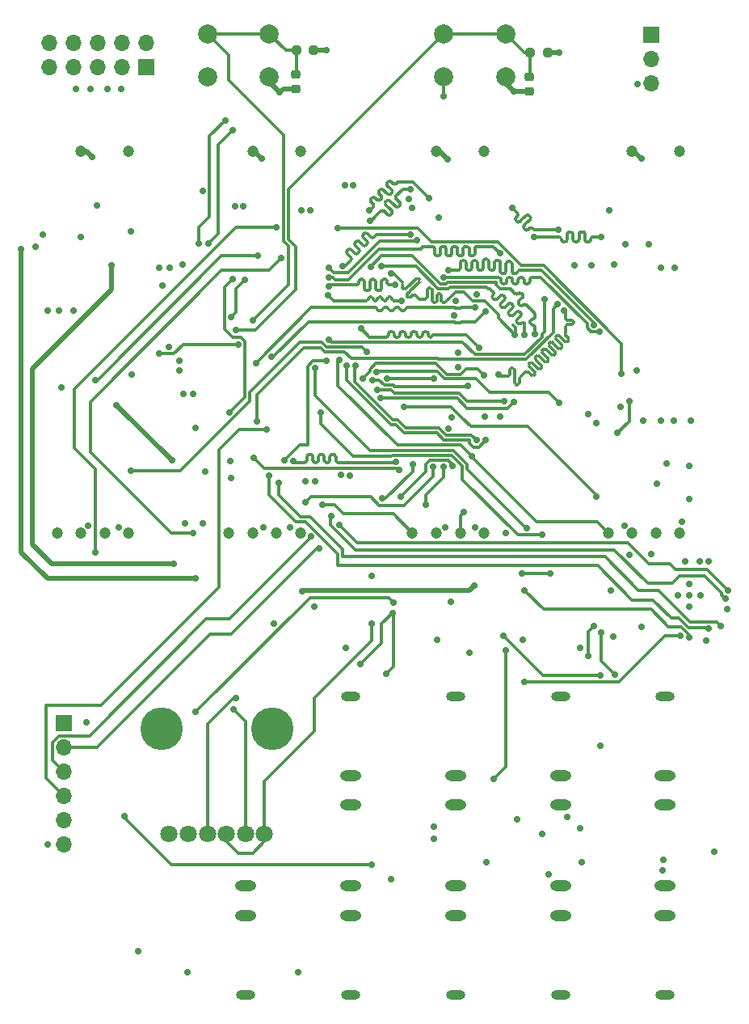
<source format=gbr>
%TF.GenerationSoftware,KiCad,Pcbnew,8.0.8*%
%TF.CreationDate,2025-01-25T01:21:00+01:00*%
%TF.ProjectId,aware01_h7,61776172-6530-4315-9f68-372e6b696361,rev?*%
%TF.SameCoordinates,Original*%
%TF.FileFunction,Copper,L1,Top*%
%TF.FilePolarity,Positive*%
%FSLAX46Y46*%
G04 Gerber Fmt 4.6, Leading zero omitted, Abs format (unit mm)*
G04 Created by KiCad (PCBNEW 8.0.8) date 2025-01-25 01:21:00*
%MOMM*%
%LPD*%
G01*
G04 APERTURE LIST*
G04 Aperture macros list*
%AMRoundRect*
0 Rectangle with rounded corners*
0 $1 Rounding radius*
0 $2 $3 $4 $5 $6 $7 $8 $9 X,Y pos of 4 corners*
0 Add a 4 corners polygon primitive as box body*
4,1,4,$2,$3,$4,$5,$6,$7,$8,$9,$2,$3,0*
0 Add four circle primitives for the rounded corners*
1,1,$1+$1,$2,$3*
1,1,$1+$1,$4,$5*
1,1,$1+$1,$6,$7*
1,1,$1+$1,$8,$9*
0 Add four rect primitives between the rounded corners*
20,1,$1+$1,$2,$3,$4,$5,0*
20,1,$1+$1,$4,$5,$6,$7,0*
20,1,$1+$1,$6,$7,$8,$9,0*
20,1,$1+$1,$8,$9,$2,$3,0*%
G04 Aperture macros list end*
%TA.AperFunction,ComponentPad*%
%ADD10C,0.700000*%
%TD*%
%TA.AperFunction,ComponentPad*%
%ADD11C,1.200000*%
%TD*%
%TA.AperFunction,SMDPad,CuDef*%
%ADD12RoundRect,0.225000X-0.250000X0.225000X-0.250000X-0.225000X0.250000X-0.225000X0.250000X0.225000X0*%
%TD*%
%TA.AperFunction,ComponentPad*%
%ADD13O,2.216000X1.108000*%
%TD*%
%TA.AperFunction,ComponentPad*%
%ADD14O,2.016000X1.008000*%
%TD*%
%TA.AperFunction,ComponentPad*%
%ADD15C,2.000000*%
%TD*%
%TA.AperFunction,ComponentPad*%
%ADD16C,1.800000*%
%TD*%
%TA.AperFunction,ComponentPad*%
%ADD17C,4.455000*%
%TD*%
%TA.AperFunction,SMDPad,CuDef*%
%ADD18RoundRect,0.237500X0.250000X0.237500X-0.250000X0.237500X-0.250000X-0.237500X0.250000X-0.237500X0*%
%TD*%
%TA.AperFunction,ComponentPad*%
%ADD19R,1.700000X1.700000*%
%TD*%
%TA.AperFunction,ComponentPad*%
%ADD20O,1.700000X1.700000*%
%TD*%
%TA.AperFunction,ViaPad*%
%ADD21C,0.700000*%
%TD*%
%TA.AperFunction,Conductor*%
%ADD22C,0.300000*%
%TD*%
%TA.AperFunction,Conductor*%
%ADD23C,0.500000*%
%TD*%
G04 APERTURE END LIST*
D10*
%TO.P,IC2,38*%
%TO.N,N/C*%
X233000000Y-100700000D03*
%TO.P,IC2,37*%
X231800000Y-99500000D03*
%TO.P,IC2,36*%
X233000000Y-98300000D03*
%TO.P,IC2,35*%
X234200000Y-99500000D03*
%TO.P,IC2,34*%
X233000000Y-99500000D03*
%TD*%
D11*
%TO.P,U4,1,1*%
%TO.N,+3.3V*%
X187250000Y-93000000D03*
%TO.P,U4,2,2*%
%TO.N,/FADER2_IN*%
X184750000Y-93000000D03*
%TO.P,U4,3,3*%
%TO.N,GND*%
X187250000Y-53000000D03*
%TO.P,U4,4,A*%
%TO.N,Net-(U4B-A)*%
X189750000Y-93000000D03*
%TO.P,U4,5,K*%
%TO.N,GND*%
X192250000Y-93000000D03*
%TO.P,U4,6,B*%
%TO.N,unconnected-(U4A-B-Pad6)*%
X192250000Y-53000000D03*
%TD*%
%TO.P,U6,1,1*%
%TO.N,+3.3V*%
X227000000Y-93000000D03*
%TO.P,U6,2,2*%
%TO.N,/FADER4_IN*%
X224500000Y-93000000D03*
%TO.P,U6,3,3*%
%TO.N,GND*%
X227000000Y-53000000D03*
%TO.P,U6,4,A*%
%TO.N,Net-(U6B-A)*%
X229500000Y-93000000D03*
%TO.P,U6,5,K*%
%TO.N,GND*%
X232000000Y-93000000D03*
%TO.P,U6,6,B*%
%TO.N,unconnected-(U6A-B-Pad6)*%
X232000000Y-53000000D03*
%TD*%
D12*
%TO.P,C15,1*%
%TO.N,/BUTTON1_IN*%
X191750000Y-44975000D03*
%TO.P,C15,2*%
%TO.N,GND*%
X191750000Y-46525000D03*
%TD*%
D13*
%TO.P,J9,S*%
%TO.N,GND*%
X208500000Y-129940000D03*
D14*
%TO.P,J9,T*%
%TO.N,Net-(J9-PadT)*%
X208500000Y-141340000D03*
D13*
%TO.P,J9,TN*%
%TO.N,unconnected-(J9-PadTN)*%
X208500000Y-133040000D03*
%TD*%
D12*
%TO.P,C16,1*%
%TO.N,/BUTTON2_IN*%
X216250000Y-45225000D03*
%TO.P,C16,2*%
%TO.N,GND*%
X216250000Y-46775000D03*
%TD*%
D15*
%TO.P,SW3,1,1*%
%TO.N,GND*%
X213750000Y-45250000D03*
X207250000Y-45250000D03*
%TO.P,SW3,2,2*%
%TO.N,/BUTTON2_IN*%
X213750000Y-40750000D03*
X207250000Y-40750000D03*
%TD*%
D16*
%TO.P,VR1,1*%
%TO.N,Net-(C45-Pad1)*%
X180500000Y-124475000D03*
%TO.P,VR1,2*%
X178500000Y-124475000D03*
%TO.P,VR1,3*%
%TO.N,Net-(C46-Pad1)*%
X188500000Y-124475000D03*
%TO.P,VR1,4*%
%TO.N,Net-(R11-Pad2)*%
X182500000Y-124475000D03*
%TO.P,VR1,5*%
%TO.N,Net-(C46-Pad1)*%
X184500000Y-124475000D03*
%TO.P,VR1,6*%
%TO.N,Net-(R12-Pad2)*%
X186500000Y-124475000D03*
D17*
%TO.P,VR1,MH1,MH1*%
%TO.N,unconnected-(VR1-PadMH1)*%
X177700000Y-113475000D03*
%TO.P,VR1,MH2,MH2*%
%TO.N,unconnected-(VR1-PadMH2)*%
X189300000Y-113475000D03*
%TD*%
D11*
%TO.P,U3,1,1*%
%TO.N,+3.3V*%
X169250000Y-93000000D03*
%TO.P,U3,2,2*%
%TO.N,/FADER1_IN*%
X166750000Y-93000000D03*
%TO.P,U3,3,3*%
%TO.N,GND*%
X169250000Y-53000000D03*
%TO.P,U3,4,A*%
%TO.N,Net-(U3B-A)*%
X171750000Y-93000000D03*
%TO.P,U3,5,K*%
%TO.N,GND*%
X174250000Y-93000000D03*
%TO.P,U3,6,B*%
%TO.N,unconnected-(U3A-B-Pad6)*%
X174250000Y-53000000D03*
%TD*%
D18*
%TO.P,R2,1*%
%TO.N,+3.3V*%
X193662500Y-42500000D03*
%TO.P,R2,2*%
%TO.N,/BUTTON1_IN*%
X191837500Y-42500000D03*
%TD*%
D13*
%TO.P,J13,S*%
%TO.N,GND*%
X230500000Y-121480000D03*
D14*
%TO.P,J13,T*%
%TO.N,Net-(J13-PadT)*%
X230500000Y-110080000D03*
D13*
%TO.P,J13,TN*%
%TO.N,unconnected-(J13-PadTN)*%
X230500000Y-118380000D03*
%TD*%
%TO.P,J8,S*%
%TO.N,GND*%
X230500000Y-129940000D03*
D14*
%TO.P,J8,T*%
%TO.N,Net-(J8-PadT)*%
X230500000Y-141340000D03*
D13*
%TO.P,J8,TN*%
%TO.N,unconnected-(J8-PadTN)*%
X230500000Y-133040000D03*
%TD*%
%TO.P,J4,S*%
%TO.N,GND*%
X208500000Y-121480000D03*
D14*
%TO.P,J4,T*%
%TO.N,Net-(J11-PadTN)*%
X208500000Y-110080000D03*
D13*
%TO.P,J4,TN*%
%TO.N,unconnected-(J4-PadTN)*%
X208500000Y-118380000D03*
%TD*%
D18*
%TO.P,R3,1*%
%TO.N,+3.3V*%
X218162500Y-42750000D03*
%TO.P,R3,2*%
%TO.N,/BUTTON2_IN*%
X216337500Y-42750000D03*
%TD*%
D13*
%TO.P,J5,S*%
%TO.N,GND*%
X186500000Y-129940000D03*
D14*
%TO.P,J5,T*%
%TO.N,Net-(J5-PadT)*%
X186500000Y-141340000D03*
D13*
%TO.P,J5,TN*%
%TO.N,unconnected-(J5-PadTN)*%
X186500000Y-133040000D03*
%TD*%
%TO.P,J11,S*%
%TO.N,GND*%
X197500000Y-121480000D03*
D14*
%TO.P,J11,T*%
%TO.N,Net-(J11-PadT)*%
X197500000Y-110080000D03*
D13*
%TO.P,J11,TN*%
%TO.N,Net-(J11-PadTN)*%
X197500000Y-118380000D03*
%TD*%
%TO.P,J7,S*%
%TO.N,GND*%
X197500000Y-129940000D03*
D14*
%TO.P,J7,T*%
%TO.N,Net-(J7-PadT)*%
X197500000Y-141340000D03*
D13*
%TO.P,J7,TN*%
%TO.N,unconnected-(J7-PadTN)*%
X197500000Y-133040000D03*
%TD*%
D11*
%TO.P,U5,6,B*%
%TO.N,unconnected-(U5A-B-Pad6)*%
X211500000Y-53000000D03*
%TO.P,U5,5,K*%
%TO.N,GND*%
X211500000Y-93000000D03*
%TO.P,U5,4,A*%
%TO.N,Net-(U5B-A)*%
X209000000Y-93000000D03*
%TO.P,U5,3,3*%
%TO.N,GND*%
X206500000Y-53000000D03*
%TO.P,U5,2,2*%
%TO.N,/FADER3_IN*%
X204000000Y-93000000D03*
%TO.P,U5,1,1*%
%TO.N,+3.3V*%
X206500000Y-93000000D03*
%TD*%
D15*
%TO.P,SW2,1,1*%
%TO.N,GND*%
X189000000Y-45250000D03*
X182500000Y-45250000D03*
%TO.P,SW2,2,2*%
%TO.N,/BUTTON1_IN*%
X189000000Y-40750000D03*
X182500000Y-40750000D03*
%TD*%
D13*
%TO.P,J10,S*%
%TO.N,GND*%
X219500000Y-129940000D03*
D14*
%TO.P,J10,T*%
%TO.N,Net-(J10-PadT)*%
X219500000Y-141340000D03*
D13*
%TO.P,J10,TN*%
%TO.N,unconnected-(J10-PadTN)*%
X219500000Y-133040000D03*
%TD*%
%TO.P,J6,S*%
%TO.N,GND*%
X219500000Y-121480000D03*
D14*
%TO.P,J6,T*%
%TO.N,Net-(J6-PadT)*%
X219500000Y-110080000D03*
D13*
%TO.P,J6,TN*%
%TO.N,unconnected-(J6-PadTN)*%
X219500000Y-118380000D03*
%TD*%
D19*
%TO.P,J2,1,Pin_1*%
%TO.N,/UART4_TX*%
X229000000Y-40875000D03*
D20*
%TO.P,J2,2,Pin_2*%
%TO.N,/UART4_RX*%
X229000000Y-43415000D03*
%TO.P,J2,3,Pin_3*%
%TO.N,GND*%
X229000000Y-45955000D03*
%TD*%
D19*
%TO.P,J1,1,Pin_1*%
%TO.N,+3.3V*%
X167500000Y-112920000D03*
D20*
%TO.P,J1,2,Pin_2*%
%TO.N,/SWCLK*%
X167500000Y-115460000D03*
%TO.P,J1,3,Pin_3*%
%TO.N,/SWDIO*%
X167500000Y-118000000D03*
%TO.P,J1,4,Pin_4*%
%TO.N,/SWO*%
X167500000Y-120540000D03*
%TO.P,J1,5,Pin_5*%
%TO.N,/NRST*%
X167500000Y-123080000D03*
%TO.P,J1,6,Pin_6*%
%TO.N,GND*%
X167500000Y-125620000D03*
%TD*%
D19*
%TO.P,J3,1,Pin_1*%
%TO.N,Net-(D1-A)*%
X176120000Y-44250000D03*
D20*
%TO.P,J3,2,Pin_2*%
X176120000Y-41710000D03*
%TO.P,J3,3,Pin_3*%
%TO.N,GND*%
X173580000Y-44250000D03*
%TO.P,J3,4,Pin_4*%
X173580000Y-41710000D03*
%TO.P,J3,5,Pin_5*%
X171040000Y-44250000D03*
%TO.P,J3,6,Pin_6*%
X171040000Y-41710000D03*
%TO.P,J3,7,Pin_7*%
X168500000Y-44250000D03*
%TO.P,J3,8,Pin_8*%
X168500000Y-41710000D03*
%TO.P,J3,9,Pin_9*%
%TO.N,Net-(D2-K)*%
X165960000Y-44250000D03*
%TO.P,J3,10,Pin_10*%
X165960000Y-41710000D03*
%TD*%
D21*
%TO.N,GND*%
X229000000Y-95200000D03*
X227600000Y-46000000D03*
%TO.N,/UART4_TX*%
X184400000Y-49800000D03*
X181600000Y-62700000D03*
%TO.N,/UART4_RX*%
X185200000Y-50800000D03*
X182600000Y-62700000D03*
%TO.N,+3.3V*%
X178600000Y-65200000D03*
X174600000Y-76400000D03*
X222400000Y-80600000D03*
%TO.N,GND*%
X201800000Y-129200000D03*
X206600000Y-104200000D03*
X215600000Y-104200000D03*
X217600000Y-124475000D03*
%TO.N,/FADER3_IN*%
X194600000Y-90000000D03*
X190580903Y-85405871D03*
%TO.N,/FAD_LED3_OUT*%
X205400000Y-90000000D03*
%TO.N,Net-(U5B-A)*%
X209400000Y-90800000D03*
%TO.N,/FADER4_IN*%
X196300000Y-74900000D03*
%TO.N,/FADER3_IN*%
X195000000Y-75000000D03*
%TO.N,/FADER4_IN*%
X210205548Y-85000000D03*
%TO.N,/SWDIO*%
X208200000Y-86000000D03*
%TO.N,/CV2_IN*%
X225200000Y-107800000D03*
X223800000Y-103400000D03*
%TO.N,GND*%
X223650000Y-115250000D03*
X208529656Y-68710294D03*
X173500000Y-46500000D03*
X182000000Y-92000000D03*
X173200000Y-92400000D03*
X228750000Y-62750000D03*
X233025000Y-89475000D03*
X197000000Y-105000000D03*
X225000000Y-103800000D03*
X164500000Y-63000000D03*
X210000000Y-105500000D03*
X225100000Y-64900000D03*
X206250000Y-125000000D03*
X208000000Y-100200000D03*
X170250000Y-46500000D03*
X208800281Y-74100000D03*
X175250000Y-136800000D03*
X193750000Y-100750000D03*
X223250000Y-81500000D03*
X234750000Y-104250000D03*
X233200000Y-81200000D03*
X232200000Y-91800000D03*
X230000000Y-65200000D03*
X230250000Y-127250000D03*
X165250000Y-61750000D03*
X182250000Y-86600000D03*
X178500000Y-73500000D03*
X167200000Y-77800000D03*
X207700000Y-53900000D03*
X206250000Y-123750000D03*
X172000000Y-46500000D03*
X170400000Y-53600000D03*
X197400000Y-87000000D03*
X232550000Y-96000000D03*
X182025000Y-57225000D03*
X222750000Y-65000000D03*
X213200000Y-80800000D03*
X193775000Y-87624997D03*
X224600000Y-59200000D03*
X228000000Y-102800000D03*
X196900000Y-56600000D03*
X210750000Y-68000000D03*
X233025000Y-86000000D03*
X221600000Y-105000000D03*
X226750000Y-95275000D03*
X229600000Y-87800000D03*
X189500000Y-102500000D03*
X192400000Y-59200000D03*
X185400000Y-58800000D03*
X192000000Y-139000000D03*
X185000000Y-87250000D03*
X174500000Y-61450000D03*
X221750000Y-127500000D03*
X235600000Y-126400000D03*
X218250000Y-128750000D03*
X224775000Y-99025000D03*
X207250000Y-47250000D03*
X179910529Y-64906412D03*
X231500000Y-65200000D03*
X177475000Y-65200000D03*
X210600000Y-92400000D03*
X228200000Y-81200000D03*
X208125000Y-80875000D03*
X180200000Y-92000000D03*
X169225000Y-62000000D03*
X214600000Y-46775000D03*
X168750000Y-46500000D03*
X179600000Y-76000000D03*
X180400000Y-139000000D03*
X206750000Y-60000000D03*
X199750000Y-97500000D03*
X170925000Y-58675000D03*
X188200000Y-53800000D03*
X215000000Y-123000000D03*
X190100000Y-46900000D03*
X203600000Y-58025000D03*
X221000000Y-65000000D03*
X213750000Y-93000000D03*
X220250000Y-122750000D03*
X191200000Y-92400000D03*
X230220000Y-128280000D03*
X227500000Y-76000000D03*
X177800000Y-67100000D03*
X235025000Y-95975000D03*
X181250000Y-82000000D03*
X165800000Y-125600000D03*
X228000000Y-53800000D03*
%TO.N,+12V*%
X210500000Y-98500000D03*
X179000000Y-96250000D03*
X172500000Y-65000000D03*
X192475000Y-99075000D03*
%TO.N,+3.3V*%
X167000000Y-69750000D03*
X230025000Y-81225000D03*
X208400000Y-70200000D03*
X211750000Y-127500000D03*
X195000000Y-42500000D03*
X207800000Y-82050000D03*
X211600000Y-80800000D03*
X197800003Y-56600000D03*
X231400000Y-81200000D03*
X180000000Y-78400000D03*
X204000000Y-59000000D03*
X226200000Y-92200000D03*
X219400000Y-42750000D03*
X192800000Y-87600000D03*
X225800000Y-79800000D03*
X208750000Y-75675000D03*
X186300003Y-58800000D03*
X170000000Y-92200000D03*
X165750000Y-69750000D03*
X234123900Y-95936950D03*
X168500000Y-69750000D03*
X196501388Y-86950000D03*
X184900000Y-85500000D03*
X169800000Y-112800000D03*
X221558000Y-123905000D03*
X230600000Y-85750000D03*
X188400000Y-92400000D03*
X181000000Y-78400000D03*
X207400000Y-92400000D03*
X226300000Y-62800000D03*
X193300003Y-59200000D03*
X237000000Y-101000000D03*
X179600000Y-75000000D03*
%TO.N,/GATE1_IN*%
X177500000Y-74250000D03*
X185750000Y-73250000D03*
%TO.N,/CV2_IN*%
X194400000Y-80400000D03*
X185200000Y-66400000D03*
X184800000Y-80400000D03*
%TO.N,/FMC_D15*%
X207239411Y-66210766D03*
X223630025Y-71950000D03*
%TO.N,/FMC_D4*%
X225900000Y-76300000D03*
X196200000Y-61050000D03*
%TO.N,/FADER1_IN*%
X170750000Y-77000000D03*
X187750000Y-64000000D03*
%TO.N,/FADER2_IN*%
X181000000Y-93000000D03*
X190250000Y-64250000D03*
%TO.N,/FMC_D8*%
X205730025Y-57969975D03*
X199500000Y-59250000D03*
%TO.N,/I2S1_SDO*%
X195466784Y-91226833D03*
X236784606Y-99896183D03*
%TO.N,/I2C1_SCL*%
X236300000Y-102700000D03*
X190000000Y-87750000D03*
%TO.N,/FMC_NBL0*%
X202608698Y-86368747D03*
X187373440Y-85126560D03*
%TO.N,/FMC_A7*%
X195254339Y-67215687D03*
X202201908Y-67048091D03*
%TO.N,/FMC_SDNE0*%
X197101388Y-75500000D03*
X211700000Y-83300000D03*
%TO.N,/NRST*%
X185000000Y-70400000D03*
X186400000Y-66500000D03*
%TO.N,/FMC_D12*%
X223750000Y-62000000D03*
X216750000Y-62000000D03*
%TO.N,/FMC_A4*%
X187600000Y-75250000D03*
X210600000Y-69400000D03*
%TO.N,/FMC_D14*%
X207750000Y-65450000D03*
X223000000Y-71250000D03*
%TO.N,/FMC_BA1*%
X201300000Y-76800000D03*
X206250000Y-76800000D03*
%TO.N,/BUTTON1_IN*%
X187250000Y-70750000D03*
%TO.N,/FAD_LED2_OUT*%
X206200000Y-86100000D03*
X192800000Y-89800000D03*
%TO.N,/FMC_A3*%
X198796164Y-76836173D03*
X211500000Y-76500000D03*
%TO.N,/BUTTON2_IN*%
X185500000Y-71750000D03*
%TO.N,/FMC_SDNRAS*%
X210700000Y-83300000D03*
X198000000Y-75450000D03*
%TO.N,/FMC_SDCKE0*%
X217842939Y-68513315D03*
X195250000Y-72750000D03*
%TO.N,/FMC_A11*%
X196644975Y-65050000D03*
X203750000Y-61750000D03*
%TO.N,/FMC_D11*%
X214500000Y-59000000D03*
X219250000Y-61250000D03*
%TO.N,/I2S1_SDI*%
X237074318Y-99044085D03*
X196369975Y-92130025D03*
%TO.N,/FMC_D6*%
X215750000Y-72250000D03*
X200750000Y-65067258D03*
%TO.N,+3.3VA*%
X178800000Y-85400000D03*
X173000000Y-79600000D03*
X173000000Y-79600000D03*
%TO.N,-12V*%
X181250000Y-97750000D03*
X163000000Y-63250000D03*
%TO.N,/FAD_LED3_OUT*%
X207250000Y-86100000D03*
%TO.N,/FMC_A5*%
X211656226Y-69800000D03*
X189219975Y-74569975D03*
%TO.N,/FMC_A9*%
X195244975Y-65255025D03*
X204505737Y-62338283D03*
%TO.N,/FMC_A0*%
X200655788Y-78865837D03*
X214600000Y-79263567D03*
%TO.N,/CV1_IN*%
X193773839Y-75763789D03*
X216000000Y-92510050D03*
X212500000Y-118750000D03*
X213750000Y-105250000D03*
%TO.N,/FMC_NBL1*%
X219209361Y-69050000D03*
X187700000Y-81300000D03*
%TO.N,/SWDIO*%
X202800000Y-89200000D03*
X193363602Y-93363602D03*
%TO.N,/FMC_D9*%
X203750000Y-57000000D03*
X199546359Y-60296358D03*
%TO.N,/FMC_A1*%
X200292441Y-78042441D03*
X213575754Y-79229272D03*
%TO.N,/FAD_LED4_OUT*%
X223243750Y-89156250D03*
X203100000Y-79800000D03*
%TO.N,/V_OCT_IN*%
X173800000Y-122600000D03*
X189750000Y-61000000D03*
X170750000Y-95000000D03*
X199750000Y-127750000D03*
%TO.N,/FMC_SDCLK*%
X213000000Y-76400000D03*
X219857557Y-69700000D03*
%TO.N,/FMC_SDNCAS*%
X191537412Y-85487588D03*
X202234992Y-85550000D03*
%TO.N,/FMC_SDNWE*%
X219410355Y-79410355D03*
X200250000Y-76150000D03*
%TO.N,/FAD_LED1_OUT*%
X174500000Y-86500000D03*
X199250000Y-74000000D03*
%TO.N,/FMC_A10*%
X198600000Y-71600000D03*
X210988796Y-73613480D03*
%TO.N,/SWCLK*%
X194200000Y-94600000D03*
X200800000Y-89400000D03*
X204059926Y-85840074D03*
%TO.N,/I2C1_SDA*%
X189000000Y-87000000D03*
X235000000Y-103000000D03*
%TO.N,/FMC_A6*%
X202900000Y-68700000D03*
X195141422Y-68108578D03*
%TO.N,/FMC_A2*%
X209800000Y-77575000D03*
X199832726Y-77032726D03*
%TO.N,/FMC_D7*%
X201800000Y-65800000D03*
X214750000Y-72250000D03*
%TO.N,/FMC_D3*%
X226720321Y-79220321D03*
X225444975Y-82544975D03*
%TO.N,/FMC_D5*%
X216852945Y-72199999D03*
X199619975Y-65119975D03*
%TO.N,/FMC_A8*%
X213154975Y-63745025D03*
X195250000Y-66250000D03*
%TO.N,Net-(C45-Pad1)*%
X202000000Y-100250000D03*
X181250000Y-111750000D03*
%TO.N,Net-(U9A--)*%
X201250000Y-107750000D03*
X198500000Y-106750000D03*
X201905331Y-101344669D03*
%TO.N,Net-(C46-Pad1)*%
X199750000Y-102500000D03*
%TO.N,/Audio Codec/Input Output Channels/INR*%
X232083700Y-103750000D03*
X215750000Y-108575000D03*
%TO.N,/Audio Codec/Input Output Channels/INL*%
X232979504Y-103939709D03*
X215750000Y-99000000D03*
%TO.N,Net-(C52-Pad1)*%
X218400000Y-97250000D03*
X215500000Y-97250000D03*
%TO.N,Net-(C53-Pad1)*%
X223000000Y-102750000D03*
X222400000Y-105850000D03*
%TO.N,Net-(C54-Pad1)*%
X213500000Y-103750000D03*
X223700000Y-107900000D03*
%TO.N,/SWO*%
X188700000Y-82200000D03*
%TO.N,Net-(R11-Pad2)*%
X185500000Y-110250000D03*
%TO.N,Net-(R12-Pad2)*%
X185250000Y-111500000D03*
%TO.N,/CV2_IN*%
X217600000Y-93210050D03*
%TD*%
D22*
%TO.N,Net-(C54-Pad1)*%
X223700000Y-107900000D02*
X217650000Y-107900000D01*
X217650000Y-107900000D02*
X213500000Y-103750000D01*
%TO.N,/UART4_TX*%
X182725000Y-51475000D02*
X184400000Y-49800000D01*
X182725000Y-55200000D02*
X182725000Y-51475000D01*
%TO.N,/UART4_RX*%
X183600000Y-52400000D02*
X185200000Y-50800000D01*
X183600000Y-61700000D02*
X183600000Y-52400000D01*
X182600000Y-62700000D02*
X183600000Y-61700000D01*
%TO.N,/UART4_TX*%
X182725000Y-59875000D02*
X182725000Y-55200000D01*
X182200000Y-60400000D02*
X182725000Y-59875000D01*
X181600000Y-61000000D02*
X182200000Y-60400000D01*
X181600000Y-62700000D02*
X181600000Y-61000000D01*
%TO.N,/CV2_IN*%
X186450000Y-78750000D02*
X184800000Y-80400000D01*
X186450000Y-72960050D02*
X186450000Y-78750000D01*
X185150000Y-72550000D02*
X186039950Y-72550000D01*
X186039950Y-72550000D02*
X186450000Y-72960050D01*
X184300000Y-71700000D02*
X185150000Y-72550000D01*
X184300000Y-67300000D02*
X184300000Y-71700000D01*
X185200000Y-66400000D02*
X184300000Y-67300000D01*
%TO.N,/CV1_IN*%
X193800000Y-75789950D02*
X193773839Y-75763789D01*
X199550000Y-84350000D02*
X193800000Y-78600000D01*
X209705761Y-85808704D02*
X208247057Y-84350000D01*
X208247057Y-84350000D02*
X199550000Y-84350000D01*
X209705761Y-86305761D02*
X209705761Y-85808704D01*
X215910050Y-92510050D02*
X209705761Y-86305761D01*
X216000000Y-92510050D02*
X215910050Y-92510050D01*
X193800000Y-78600000D02*
X193800000Y-75789950D01*
%TO.N,/FADER4_IN*%
X217010050Y-91810050D02*
X223310050Y-91810050D01*
X210205548Y-85000000D02*
X210205548Y-85005548D01*
X210205548Y-85005548D02*
X217010050Y-91810050D01*
X223310050Y-91810050D02*
X224500000Y-93000000D01*
%TO.N,/CV2_IN*%
X194400000Y-81600000D02*
X194400000Y-80400000D01*
X197800000Y-85000000D02*
X194400000Y-81600000D01*
X201795042Y-85000000D02*
X197800000Y-85000000D01*
X201945042Y-84850000D02*
X201795042Y-85000000D01*
X205542893Y-84850000D02*
X201945042Y-84850000D01*
X205592893Y-84900000D02*
X205542893Y-84850000D01*
X208089950Y-84900000D02*
X205592893Y-84900000D01*
X209205761Y-86015811D02*
X208089950Y-84900000D01*
X209205761Y-87405761D02*
X209205761Y-86015811D01*
X215010050Y-93210050D02*
X209205761Y-87405761D01*
X217600000Y-93210050D02*
X215010050Y-93210050D01*
%TO.N,/FADER4_IN*%
X209000000Y-83800000D02*
X202400000Y-83800000D01*
X196200000Y-75000000D02*
X196300000Y-74900000D01*
X210200000Y-85000000D02*
X209000000Y-83800000D01*
X202400000Y-83800000D02*
X196200000Y-77600000D01*
X196200000Y-77600000D02*
X196200000Y-75000000D01*
X210205548Y-85000000D02*
X210200000Y-85000000D01*
%TO.N,/FADER3_IN*%
X196800000Y-91000000D02*
X202000000Y-91000000D01*
X202000000Y-91000000D02*
X204000000Y-93000000D01*
X194600000Y-90000000D02*
X195800000Y-90000000D01*
X195800000Y-90000000D02*
X196800000Y-91000000D01*
%TO.N,/FAD_LED2_OUT*%
X206200000Y-87050000D02*
X206200000Y-86100000D01*
X200510050Y-90100000D02*
X203150000Y-90100000D01*
X192800000Y-89800000D02*
X193400000Y-89200000D01*
X193400000Y-89200000D02*
X199610050Y-89200000D01*
X199610050Y-89200000D02*
X200510050Y-90100000D01*
X203150000Y-90100000D02*
X206200000Y-87050000D01*
%TO.N,/I2C1_SCL*%
X190000000Y-89000000D02*
X190000000Y-87750000D01*
X192300000Y-91300000D02*
X190000000Y-89000000D01*
X193300000Y-91300000D02*
X192300000Y-91300000D01*
X196700000Y-95500000D02*
X196700000Y-94700000D01*
X196700000Y-94700000D02*
X193300000Y-91300000D01*
X227707106Y-99000000D02*
X224207106Y-95500000D01*
X233050000Y-102300000D02*
X229750000Y-99000000D01*
X229750000Y-99000000D02*
X227707106Y-99000000D01*
X235900000Y-102300000D02*
X233050000Y-102300000D01*
X236300000Y-102700000D02*
X235900000Y-102300000D01*
X224207106Y-95500000D02*
X196700000Y-95500000D01*
%TO.N,/I2C1_SDA*%
X189000000Y-89000000D02*
X189000000Y-87000000D01*
X191800000Y-91800000D02*
X189000000Y-89000000D01*
X192789950Y-91800000D02*
X191800000Y-91800000D01*
X196200000Y-95210050D02*
X192789950Y-91800000D01*
X196200000Y-96400000D02*
X196200000Y-95210050D01*
X231930756Y-101900000D02*
X231100000Y-101900000D01*
X231100000Y-101900000D02*
X229200000Y-100000000D01*
X232930756Y-102900000D02*
X231930756Y-101900000D01*
X227000000Y-100000000D02*
X223400000Y-96400000D01*
X234900000Y-102900000D02*
X232930756Y-102900000D01*
X235000000Y-103000000D02*
X234900000Y-102900000D01*
X229200000Y-100000000D02*
X227000000Y-100000000D01*
X223400000Y-96400000D02*
X196200000Y-96400000D01*
%TO.N,/FADER3_IN*%
X192186774Y-83800000D02*
X190580903Y-85405871D01*
X193000000Y-83800000D02*
X192186774Y-83800000D01*
%TO.N,/SWDIO*%
X205400000Y-85800000D02*
X205400000Y-86600000D01*
X207739950Y-85400000D02*
X205800000Y-85400000D01*
X205800000Y-85400000D02*
X205400000Y-85800000D01*
X205400000Y-86600000D02*
X202800000Y-89200000D01*
X208200000Y-85860050D02*
X207739950Y-85400000D01*
X208200000Y-86000000D02*
X208200000Y-85860050D01*
%TO.N,/FAD_LED3_OUT*%
X205400000Y-89000000D02*
X205400000Y-90000000D01*
X207250000Y-87150000D02*
X205400000Y-89000000D01*
X207250000Y-86100000D02*
X207250000Y-87150000D01*
%TO.N,Net-(U5B-A)*%
X209000000Y-91200000D02*
X209400000Y-90800000D01*
X209000000Y-93000000D02*
X209000000Y-91200000D01*
%TO.N,/FADER3_IN*%
X193000000Y-75547678D02*
X193000000Y-83800000D01*
X193547678Y-75000000D02*
X193000000Y-75547678D01*
X195000000Y-75000000D02*
X193547678Y-75000000D01*
%TO.N,/FMC_NBL1*%
X187700000Y-78500000D02*
X187700000Y-81300000D01*
X192600000Y-73600000D02*
X187700000Y-78500000D01*
X194402944Y-73600000D02*
X192600000Y-73600000D01*
X194802944Y-74000000D02*
X194402944Y-73600000D01*
X196889950Y-74000000D02*
X194802944Y-74000000D01*
X197639950Y-74750000D02*
X196889950Y-74000000D01*
X209787132Y-74800000D02*
X206707107Y-74800000D01*
X209815829Y-74828697D02*
X209787132Y-74800000D01*
X215921304Y-74828697D02*
X209815829Y-74828697D01*
X218750000Y-72000001D02*
X215921304Y-74828697D01*
X218750000Y-69509361D02*
X218750000Y-72000001D01*
X206657107Y-74750000D02*
X197639950Y-74750000D01*
X219209361Y-69050000D02*
X218750000Y-69509361D01*
X206707107Y-74800000D02*
X206657107Y-74750000D01*
%TO.N,/FAD_LED1_OUT*%
X186950000Y-79239950D02*
X179689950Y-86500000D01*
X186950000Y-78250000D02*
X186950000Y-79239950D01*
X194510050Y-73000000D02*
X192200000Y-73000000D01*
X192200000Y-73000000D02*
X186950000Y-78250000D01*
X195010050Y-73500000D02*
X194510050Y-73000000D01*
X198750000Y-73500000D02*
X195010050Y-73500000D01*
X179689950Y-86500000D02*
X174500000Y-86500000D01*
X199250000Y-74000000D02*
X198750000Y-73500000D01*
%TO.N,/FMC_A5*%
X210556226Y-70900000D02*
X211656226Y-69800000D01*
X209089950Y-70900000D02*
X210556226Y-70900000D01*
X208460050Y-70950000D02*
X209039950Y-70950000D01*
X189430025Y-74569975D02*
X193100000Y-70900000D01*
X189219975Y-74569975D02*
X189430025Y-74569975D01*
X193100000Y-70900000D02*
X208410050Y-70900000D01*
X208410050Y-70900000D02*
X208460050Y-70950000D01*
X209039950Y-70950000D02*
X209089950Y-70900000D01*
%TO.N,/FMC_A4*%
X187600000Y-75200000D02*
X193400000Y-69400000D01*
X193400000Y-69400000D02*
X199776415Y-69400000D01*
X187600000Y-75250000D02*
X187600000Y-75200000D01*
%TO.N,/FMC_SDNE0*%
X211000000Y-84000000D02*
X211700000Y-83300000D01*
X210410050Y-84000000D02*
X211000000Y-84000000D01*
X210000000Y-83589950D02*
X210410050Y-84000000D01*
X206552943Y-82500000D02*
X207302943Y-83250000D01*
X203117104Y-82500000D02*
X206552943Y-82500000D01*
X209942894Y-83250000D02*
X210000000Y-83307106D01*
X202246050Y-81628946D02*
X203117104Y-82500000D01*
X197101388Y-77008495D02*
X201721839Y-81628946D01*
X207302943Y-83250000D02*
X209942894Y-83250000D01*
X201721839Y-81628946D02*
X202246050Y-81628946D01*
X197101388Y-75500000D02*
X197101388Y-77008495D01*
X210000000Y-83307106D02*
X210000000Y-83589950D01*
%TO.N,/FMC_NBL0*%
X188496880Y-86250000D02*
X187373440Y-85126560D01*
X202489951Y-86250000D02*
X188496880Y-86250000D01*
X202608698Y-86368747D02*
X202489951Y-86250000D01*
%TO.N,/FMC_SDNCAS*%
X194400000Y-84770000D02*
G75*
G03*
X194160000Y-85010000I0J-240000D01*
G01*
X196200000Y-85600000D02*
G75*
G02*
X195960000Y-85360000I0J240000D01*
G01*
X193560000Y-85010000D02*
G75*
G03*
X193320000Y-84770000I-240000J0D01*
G01*
X195600000Y-84770000D02*
G75*
G03*
X195360000Y-85010000I0J-240000D01*
G01*
X195960000Y-85360000D02*
X195960000Y-85010000D01*
X195960000Y-85010000D02*
G75*
G03*
X195720000Y-84770000I-240000J0D01*
G01*
X192960000Y-85360000D02*
G75*
G02*
X192720000Y-85600000I-240000J0D01*
G01*
X195000000Y-85600000D02*
G75*
G02*
X194760000Y-85360000I0J240000D01*
G01*
X194520000Y-84770000D02*
X194400000Y-84770000D01*
X193800000Y-85600000D02*
G75*
G02*
X193560000Y-85360000I0J240000D01*
G01*
X194160000Y-85010000D02*
X194160000Y-85360000D01*
X192960000Y-85010000D02*
X192960000Y-85360000D01*
X194160000Y-85360000D02*
G75*
G02*
X193920000Y-85600000I-240000J0D01*
G01*
X193320000Y-84770000D02*
X193200000Y-84770000D01*
X192720000Y-85600000D02*
X192600000Y-85600000D01*
X202234992Y-85550000D02*
X202184992Y-85600000D01*
X193200000Y-84770000D02*
G75*
G03*
X192960000Y-85010000I0J-240000D01*
G01*
X194760000Y-85010000D02*
G75*
G03*
X194520000Y-84770000I-240000J0D01*
G01*
X192600000Y-85600000D02*
X192200000Y-85600000D01*
X191649824Y-85600000D02*
X191537412Y-85487588D01*
X192200000Y-85600000D02*
X191649824Y-85600000D01*
X195720000Y-84770000D02*
X195600000Y-84770000D01*
X195360000Y-85360000D02*
G75*
G02*
X195120000Y-85600000I-240000J0D01*
G01*
X193560000Y-85360000D02*
X193560000Y-85010000D01*
X195120000Y-85600000D02*
X195000000Y-85600000D01*
X193920000Y-85600000D02*
X193800000Y-85600000D01*
X195360000Y-85010000D02*
X195360000Y-85360000D01*
X194760000Y-85360000D02*
X194760000Y-85010000D01*
X202184992Y-85600000D02*
X196200000Y-85600000D01*
%TO.N,/FMC_A1*%
X201772341Y-78042441D02*
X200292441Y-78042441D01*
X202116891Y-78386991D02*
X201772341Y-78042441D01*
X208886991Y-78386991D02*
X202116891Y-78386991D01*
X209729272Y-79229272D02*
X208886991Y-78386991D01*
X213575754Y-79229272D02*
X209729272Y-79229272D01*
%TO.N,/FMC_A0*%
X200676942Y-78886991D02*
X200655788Y-78865837D01*
X208679885Y-78886991D02*
X200676942Y-78886991D01*
X209742894Y-79950000D02*
X208679885Y-78886991D01*
X213913567Y-79950000D02*
X209742894Y-79950000D01*
X214600000Y-79263567D02*
X213913567Y-79950000D01*
%TO.N,/FMC_A2*%
X199865452Y-77000000D02*
X199832726Y-77032726D01*
X200500000Y-77000000D02*
X199865452Y-77000000D01*
X201979448Y-77542441D02*
X201042441Y-77542441D01*
X202137007Y-77700000D02*
X201979448Y-77542441D01*
X201042441Y-77542441D02*
X200500000Y-77000000D01*
X209675000Y-77700000D02*
X202137007Y-77700000D01*
X209800000Y-77575000D02*
X209675000Y-77700000D01*
%TO.N,/FMC_SDNWE*%
X210675000Y-76875000D02*
X212100000Y-78300000D01*
X207367894Y-76875000D02*
X210675000Y-76875000D01*
X206592894Y-76100000D02*
X207367894Y-76875000D01*
X200300000Y-76100000D02*
X206592894Y-76100000D01*
X212100000Y-78300000D02*
X218300000Y-78300000D01*
X200250000Y-76150000D02*
X200300000Y-76100000D01*
X218300000Y-78300000D02*
X219410355Y-79410355D01*
%TO.N,/FMC_A3*%
X210800000Y-75800000D02*
X211500000Y-76500000D01*
X209039950Y-76375000D02*
X209614950Y-75800000D01*
X200160050Y-75250000D02*
X206450000Y-75250000D01*
X207575000Y-76375000D02*
X209039950Y-76375000D01*
X199550000Y-75860050D02*
X200160050Y-75250000D01*
X199550000Y-76082337D02*
X199550000Y-75860050D01*
X206450000Y-75250000D02*
X207575000Y-76375000D01*
X209614950Y-75800000D02*
X210800000Y-75800000D01*
X198796164Y-76836173D02*
X199550000Y-76082337D01*
%TO.N,/CV2_IN*%
X223800000Y-106400000D02*
X225200000Y-107800000D01*
X223800000Y-103400000D02*
X223800000Y-106400000D01*
%TO.N,Net-(C52-Pad1)*%
X218400000Y-97250000D02*
X215500000Y-97250000D01*
%TO.N,/SWCLK*%
X204059926Y-85840074D02*
X204059926Y-86540074D01*
X204059926Y-86540074D02*
X201200000Y-89400000D01*
X201200000Y-89400000D02*
X200800000Y-89400000D01*
D23*
%TO.N,GND*%
X207700000Y-53900000D02*
X206800000Y-53000000D01*
X169800000Y-53000000D02*
X170400000Y-53600000D01*
X206800000Y-53000000D02*
X206500000Y-53000000D01*
X190100000Y-46900000D02*
X190475000Y-46525000D01*
X213750000Y-45250000D02*
X213750000Y-45925000D01*
X189000000Y-45800000D02*
X190100000Y-46900000D01*
D22*
X207250000Y-45250000D02*
X207250000Y-47250000D01*
D23*
X213750000Y-45925000D02*
X214600000Y-46775000D01*
X187250000Y-53000000D02*
X187400000Y-53000000D01*
X214600000Y-46775000D02*
X216250000Y-46775000D01*
X169250000Y-53000000D02*
X169800000Y-53000000D01*
X189000000Y-45250000D02*
X189000000Y-45800000D01*
X190475000Y-46525000D02*
X191750000Y-46525000D01*
X227200000Y-53000000D02*
X228000000Y-53800000D01*
X187400000Y-53000000D02*
X188200000Y-53800000D01*
X227000000Y-53000000D02*
X227200000Y-53000000D01*
%TO.N,+12V*%
X164200000Y-75800000D02*
X164200000Y-94210050D01*
X166239950Y-96250000D02*
X179000000Y-96250000D01*
X172500000Y-65000000D02*
X172500000Y-67500000D01*
X210000000Y-99000000D02*
X210500000Y-98500000D01*
X164200000Y-94210050D02*
X166239950Y-96250000D01*
X192550000Y-99000000D02*
X210000000Y-99000000D01*
X172500000Y-67500000D02*
X164200000Y-75800000D01*
X192475000Y-99075000D02*
X192550000Y-99000000D01*
%TO.N,+3.3V*%
X193662500Y-42500000D02*
X195000000Y-42500000D01*
X219400000Y-42750000D02*
X218162500Y-42750000D01*
D22*
%TO.N,/GATE1_IN*%
X179000000Y-74250000D02*
X180000000Y-73250000D01*
X180000000Y-73250000D02*
X185750000Y-73250000D01*
X177500000Y-74250000D02*
X179000000Y-74250000D01*
%TO.N,/FMC_D15*%
X212900000Y-66250000D02*
X207278645Y-66250000D01*
X216286526Y-66490000D02*
X216286526Y-66680000D01*
X213886526Y-66490000D02*
X213886526Y-66680000D01*
X213046526Y-66250000D02*
X212926526Y-66250000D01*
X223630025Y-71950000D02*
X222710050Y-71950000D01*
X215086526Y-66490000D02*
X215086526Y-66680000D01*
X214846526Y-66920000D02*
X214726526Y-66920000D01*
X214486526Y-66680000D02*
X214486526Y-66490000D01*
X214246526Y-66250000D02*
X214126526Y-66250000D01*
X215686526Y-66680000D02*
X215686526Y-66490000D01*
X222710050Y-71950000D02*
X222300000Y-71539950D01*
X213286526Y-66680000D02*
X213286526Y-66490000D01*
X215446526Y-66250000D02*
X215326526Y-66250000D01*
X217450000Y-66250000D02*
X216526526Y-66250000D01*
X213646526Y-66920000D02*
X213526526Y-66920000D01*
X212926526Y-66250000D02*
X212900000Y-66250000D01*
X222300000Y-71100000D02*
X217450000Y-66250000D01*
X207278645Y-66250000D02*
X207239411Y-66210766D01*
X216046526Y-66920000D02*
X215926526Y-66920000D01*
X222300000Y-71539950D02*
X222300000Y-71100000D01*
X213526526Y-66920000D02*
G75*
G02*
X213286500Y-66680000I-26J240000D01*
G01*
X216286526Y-66680000D02*
G75*
G02*
X216046526Y-66920026I-240026J0D01*
G01*
X215926526Y-66920000D02*
G75*
G02*
X215686500Y-66680000I-26J240000D01*
G01*
X213286526Y-66490000D02*
G75*
G03*
X213046526Y-66249974I-240026J0D01*
G01*
X215326526Y-66250000D02*
G75*
G03*
X215086500Y-66490000I-26J-240000D01*
G01*
X214486526Y-66490000D02*
G75*
G03*
X214246526Y-66249974I-240026J0D01*
G01*
X215086526Y-66680000D02*
G75*
G02*
X214846526Y-66920026I-240026J0D01*
G01*
X213886526Y-66680000D02*
G75*
G02*
X213646526Y-66920026I-240026J0D01*
G01*
X216526526Y-66250000D02*
G75*
G03*
X216286500Y-66490000I-26J-240000D01*
G01*
X214726526Y-66920000D02*
G75*
G02*
X214486500Y-66680000I-26J240000D01*
G01*
X214126526Y-66250000D02*
G75*
G03*
X213886500Y-66490000I-26J-240000D01*
G01*
X215686526Y-66490000D02*
G75*
G03*
X215446526Y-66249974I-240026J0D01*
G01*
%TO.N,/FMC_D4*%
X204539950Y-61050000D02*
X205989950Y-62500000D01*
X205989950Y-62500000D02*
X212899900Y-62500000D01*
X215399900Y-65000000D02*
X217739950Y-65000000D01*
X212899900Y-62500000D02*
X215399900Y-65000000D01*
X225900000Y-73160050D02*
X225900000Y-76300000D01*
X217739950Y-65000000D02*
X225900000Y-73160050D01*
X196200000Y-61050000D02*
X204539950Y-61050000D01*
%TO.N,/FADER1_IN*%
X170750000Y-77000000D02*
X171000000Y-77000000D01*
X184000000Y-64000000D02*
X187750000Y-64000000D01*
X171000000Y-77000000D02*
X184000000Y-64000000D01*
%TO.N,/FADER2_IN*%
X178750000Y-93000000D02*
X170250000Y-84500000D01*
X181000000Y-93000000D02*
X178750000Y-93000000D01*
X170250000Y-84500000D02*
X170250000Y-79250000D01*
X170250000Y-79250000D02*
X184000000Y-65500000D01*
X189000000Y-65500000D02*
X190250000Y-64250000D01*
X184000000Y-65500000D02*
X189000000Y-65500000D01*
%TO.N,/FMC_D8*%
X199596863Y-59153137D02*
X199500000Y-59250000D01*
X201434045Y-57570515D02*
X201306766Y-57443236D01*
X200288530Y-58122058D02*
X200090540Y-57924068D01*
X201985588Y-56425000D02*
X201787598Y-56227010D01*
X205730025Y-57969975D02*
X205719975Y-57969975D01*
X202450000Y-56300000D02*
X202325000Y-56425000D01*
X201731028Y-57018969D02*
X201731029Y-57018971D01*
X199751128Y-57924068D02*
X199666275Y-58008920D01*
X201561322Y-56849263D02*
X201731028Y-57018969D01*
X201858309Y-57400809D02*
X201688603Y-57570516D01*
X201448186Y-56227010D02*
X201363333Y-56311862D01*
X201306766Y-57443236D02*
X200939069Y-57075539D01*
X199666275Y-58348332D02*
X199864264Y-58546321D01*
X201731029Y-57018971D02*
X201858309Y-57146251D01*
X200712794Y-58037204D02*
X200627942Y-58122057D01*
X204050000Y-56300000D02*
X202450000Y-56300000D01*
X200514805Y-57499803D02*
X200712794Y-57697792D01*
X200627942Y-58122057D02*
X200627942Y-58122058D01*
X205719975Y-57969975D02*
X204050000Y-56300000D01*
X201363333Y-56651274D02*
X201561322Y-56849263D01*
X199779413Y-58970586D02*
X199596863Y-59153137D01*
X199864264Y-58885733D02*
X199779413Y-58970586D01*
X200599658Y-57075539D02*
X200514805Y-57160391D01*
X201363333Y-56311862D02*
G75*
G03*
X201363301Y-56651306I169667J-169738D01*
G01*
X200712794Y-57697792D02*
G75*
G02*
X200712796Y-58037206I-169694J-169708D01*
G01*
X199864264Y-58546321D02*
G75*
G02*
X199864237Y-58885706I-169664J-169679D01*
G01*
X200939069Y-57075539D02*
G75*
G03*
X200599659Y-57075539I-169705J-169703D01*
G01*
X201688603Y-57570516D02*
G75*
G02*
X201434021Y-57570540I-127303J127316D01*
G01*
X202325000Y-56425000D02*
G75*
G02*
X201985588Y-56425000I-169706J169704D01*
G01*
X200627942Y-58122058D02*
G75*
G02*
X200288530Y-58122058I-169706J169704D01*
G01*
X200090540Y-57924068D02*
G75*
G03*
X199751128Y-57924068I-169706J-169704D01*
G01*
X201787598Y-56227010D02*
G75*
G03*
X201448186Y-56227010I-169706J-169704D01*
G01*
X199666275Y-58008920D02*
G75*
G03*
X199666301Y-58348306I169725J-169680D01*
G01*
X201858309Y-57146251D02*
G75*
G02*
X201858279Y-57400779I-127309J-127249D01*
G01*
X200514805Y-57160391D02*
G75*
G03*
X200514802Y-57499806I169695J-169709D01*
G01*
%TO.N,/I2S1_SDO*%
X225150000Y-94750000D02*
X228650000Y-98250000D01*
X236374318Y-99485895D02*
X236784606Y-99896183D01*
X231254963Y-98250000D02*
X232004963Y-97500000D01*
X195443617Y-92193617D02*
X198000000Y-94750000D01*
X198000000Y-94750000D02*
X225150000Y-94750000D01*
X228650000Y-98250000D02*
X231254963Y-98250000D01*
X195466784Y-91226833D02*
X195443617Y-91250000D01*
X232004963Y-97500000D02*
X234569212Y-97500000D01*
X195443617Y-91250000D02*
X195443617Y-92193617D01*
X236374318Y-99305106D02*
X236374318Y-99485895D01*
X234569212Y-97500000D02*
X236374318Y-99305106D01*
%TO.N,/FMC_A7*%
X198127928Y-67048091D02*
X198007928Y-67048091D01*
X200767928Y-67048091D02*
X200767928Y-67398091D01*
X195254339Y-67215687D02*
X195421935Y-67048091D01*
X200167928Y-67048091D02*
X200167928Y-66698091D01*
X198967928Y-67048091D02*
X198967928Y-66808091D01*
X198367928Y-66698091D02*
X198367928Y-66808091D01*
X199927928Y-66458091D02*
X199807928Y-66458091D01*
X199327928Y-67638091D02*
X199207928Y-67638091D01*
X200527928Y-67638091D02*
X200407928Y-67638091D01*
X200167928Y-67398091D02*
X200167928Y-67048091D01*
X200767928Y-66808091D02*
X200767928Y-67048091D01*
X198727928Y-66458091D02*
X198607928Y-66458091D01*
X201367928Y-66808091D02*
X201367928Y-66698091D01*
X198967928Y-67398091D02*
X198967928Y-67048091D01*
X199567928Y-66698091D02*
X199567928Y-67048091D01*
X198007928Y-67048091D02*
X197200000Y-67048091D01*
X200767928Y-66698091D02*
X200767928Y-66808091D01*
X201127928Y-66458091D02*
X201007928Y-66458091D01*
X199567928Y-67048091D02*
X199567928Y-67398091D01*
X195421935Y-67048091D02*
X197200000Y-67048091D01*
X198967928Y-66808091D02*
X198967928Y-66698091D01*
X202201908Y-67048091D02*
X201607928Y-67048091D01*
X200167928Y-66698091D02*
G75*
G03*
X199927928Y-66458072I-240028J-9D01*
G01*
X198367928Y-66808091D02*
G75*
G02*
X198127928Y-67048128I-240028J-9D01*
G01*
X201367928Y-66698091D02*
G75*
G03*
X201127928Y-66458072I-240028J-9D01*
G01*
X199207928Y-67638091D02*
G75*
G02*
X198967909Y-67398091I-28J239991D01*
G01*
X199807928Y-66458091D02*
G75*
G03*
X199567891Y-66698091I-28J-240009D01*
G01*
X198967928Y-66698091D02*
G75*
G03*
X198727928Y-66458072I-240028J-9D01*
G01*
X200407928Y-67638091D02*
G75*
G02*
X200167909Y-67398091I-28J239991D01*
G01*
X200767928Y-67398091D02*
G75*
G02*
X200527928Y-67638128I-240028J-9D01*
G01*
X198607928Y-66458091D02*
G75*
G03*
X198367891Y-66698091I-28J-240009D01*
G01*
X199567928Y-67398091D02*
G75*
G02*
X199327928Y-67638128I-240028J-9D01*
G01*
X201007928Y-66458091D02*
G75*
G03*
X200767891Y-66698091I-28J-240009D01*
G01*
X201607928Y-67048091D02*
G75*
G02*
X201367909Y-66808091I-28J239991D01*
G01*
%TO.N,/NRST*%
X185500000Y-67400000D02*
X185500000Y-69900000D01*
X186400000Y-66500000D02*
X185500000Y-67400000D01*
X185500000Y-69900000D02*
X185000000Y-70400000D01*
%TO.N,/FMC_D12*%
X220210903Y-62248000D02*
X220210903Y-62282000D01*
X222690903Y-62248000D02*
X222690903Y-62282000D01*
X222070903Y-62248000D02*
X222070903Y-62000000D01*
X223750000Y-62000000D02*
X222938903Y-62000000D01*
X220830903Y-62000000D02*
X220830903Y-61718000D01*
X219962903Y-62530000D02*
X219838903Y-62530000D01*
X219342903Y-62000000D02*
X219218903Y-62000000D01*
X221450903Y-61718000D02*
X221450903Y-62000000D01*
X221450903Y-62000000D02*
X221450903Y-62282000D01*
X220210903Y-61718000D02*
X220210903Y-62000000D01*
X219590903Y-62282000D02*
X219590903Y-62248000D01*
X221822903Y-61470000D02*
X221698903Y-61470000D01*
X220582903Y-61470000D02*
X220458903Y-61470000D01*
X221202903Y-62530000D02*
X221078903Y-62530000D01*
X222070903Y-62000000D02*
X222070903Y-61718000D01*
X219218903Y-62000000D02*
X218700000Y-62000000D01*
X220210903Y-62000000D02*
X220210903Y-62248000D01*
X222070903Y-62282000D02*
X222070903Y-62248000D01*
X218700000Y-62000000D02*
X216750000Y-62000000D01*
X220830903Y-62282000D02*
X220830903Y-62000000D01*
X222442903Y-62530000D02*
X222318903Y-62530000D01*
X220210903Y-62282000D02*
G75*
G02*
X219962903Y-62530003I-248003J0D01*
G01*
X220830903Y-61718000D02*
G75*
G03*
X220582903Y-61469997I-248003J0D01*
G01*
X221078903Y-62530000D02*
G75*
G02*
X220830900Y-62282000I-3J248000D01*
G01*
X221698903Y-61470000D02*
G75*
G03*
X221450900Y-61718000I-3J-248000D01*
G01*
X222690903Y-62282000D02*
G75*
G02*
X222442903Y-62530003I-248003J0D01*
G01*
X219590903Y-62248000D02*
G75*
G03*
X219342903Y-61999997I-248003J0D01*
G01*
X219838903Y-62530000D02*
G75*
G02*
X219590900Y-62282000I-3J248000D01*
G01*
X221450903Y-62282000D02*
G75*
G02*
X221202903Y-62530003I-248003J0D01*
G01*
X222318903Y-62530000D02*
G75*
G02*
X222070900Y-62282000I-3J248000D01*
G01*
X222070903Y-61718000D02*
G75*
G03*
X221822903Y-61469997I-248003J0D01*
G01*
X222938903Y-62000000D02*
G75*
G03*
X222690900Y-62248000I-3J-248000D01*
G01*
X220458903Y-61470000D02*
G75*
G03*
X220210900Y-61718000I-3J-248000D01*
G01*
%TO.N,/FMC_A4*%
X201931399Y-69710000D02*
X201641399Y-69710000D01*
X208410050Y-69400000D02*
X203441399Y-69400000D01*
X203131399Y-69710000D02*
X202841399Y-69710000D01*
X208460050Y-69450000D02*
X208410050Y-69400000D01*
X209089950Y-69400000D02*
X209039950Y-69450000D01*
X201331399Y-69400000D02*
X201041399Y-69400000D01*
X210600000Y-69400000D02*
X209089950Y-69400000D01*
X200131399Y-69400000D02*
X199841399Y-69400000D01*
X202531399Y-69400000D02*
X202241399Y-69400000D01*
X209039950Y-69450000D02*
X208460050Y-69450000D01*
X200731399Y-69710000D02*
X200441399Y-69710000D01*
X199841399Y-69400000D02*
X199776415Y-69400000D01*
X201641399Y-69710000D02*
G75*
G02*
X201486400Y-69555000I1J155000D01*
G01*
X202841399Y-69710000D02*
G75*
G02*
X202686400Y-69555000I1J155000D01*
G01*
X202241399Y-69400000D02*
G75*
G03*
X202086400Y-69555000I1J-155000D01*
G01*
X201041399Y-69400000D02*
G75*
G03*
X200886400Y-69555000I1J-155000D01*
G01*
X200286399Y-69555000D02*
G75*
G03*
X200131399Y-69400001I-154999J0D01*
G01*
X202086399Y-69555000D02*
G75*
G02*
X201931399Y-69709999I-154999J0D01*
G01*
X203286399Y-69555000D02*
G75*
G02*
X203131399Y-69709999I-154999J0D01*
G01*
X200441399Y-69710000D02*
G75*
G02*
X200286400Y-69555000I1J155000D01*
G01*
X203441399Y-69400000D02*
G75*
G03*
X203286400Y-69555000I1J-155000D01*
G01*
X201486399Y-69555000D02*
G75*
G03*
X201331399Y-69400001I-154999J0D01*
G01*
X200886399Y-69555000D02*
G75*
G02*
X200731399Y-69709999I-154999J0D01*
G01*
X202686399Y-69555000D02*
G75*
G03*
X202531399Y-69400001I-154999J0D01*
G01*
%TO.N,/FMC_D14*%
X212383635Y-65500000D02*
X212263635Y-65500000D01*
X217500000Y-65500000D02*
X215178635Y-65500000D01*
X210823635Y-65260000D02*
X210823635Y-64730000D01*
X213823635Y-65500000D02*
X213823635Y-65655000D01*
X211183635Y-65500000D02*
X211063635Y-65500000D01*
X208663635Y-65500000D02*
X208300000Y-65500000D01*
X209623635Y-65260000D02*
X209623635Y-64730000D01*
X212023635Y-65260000D02*
X212023635Y-64580000D01*
X213223635Y-65500000D02*
X213223635Y-65260000D01*
X210583635Y-64490000D02*
X210463635Y-64490000D01*
X211423635Y-64580000D02*
X211423635Y-65260000D01*
X214183635Y-64590000D02*
X214063635Y-64590000D01*
X213223635Y-65260000D02*
X213223635Y-64680000D01*
X208300000Y-65500000D02*
X207800000Y-65500000D01*
X214423635Y-65500000D02*
X214423635Y-64830000D01*
X209023635Y-64730000D02*
X209023635Y-65260000D01*
X210223635Y-64730000D02*
X210223635Y-65260000D01*
X209383635Y-64490000D02*
X209263635Y-64490000D01*
X211783635Y-64340000D02*
X211663635Y-64340000D01*
X213223635Y-65655000D02*
X213223635Y-65500000D01*
X212623635Y-64680000D02*
X212623635Y-65260000D01*
X213668635Y-65810000D02*
X213378635Y-65810000D01*
X223000000Y-71250000D02*
X223000000Y-71000000D01*
X214868635Y-65810000D02*
X214578635Y-65810000D01*
X209983635Y-65500000D02*
X209863635Y-65500000D01*
X223000000Y-71000000D02*
X217500000Y-65500000D01*
X207800000Y-65500000D02*
X207750000Y-65450000D01*
X213823635Y-64830000D02*
X213823635Y-65500000D01*
X214423635Y-65655000D02*
X214423635Y-65500000D01*
X208783635Y-65500000D02*
X208663635Y-65500000D01*
X212983635Y-64440000D02*
X212863635Y-64440000D01*
X209023635Y-65260000D02*
G75*
G02*
X208783635Y-65500035I-240035J0D01*
G01*
X211063635Y-65500000D02*
G75*
G02*
X210823600Y-65260000I-35J240000D01*
G01*
X211663635Y-64340000D02*
G75*
G03*
X211423600Y-64580000I-35J-240000D01*
G01*
X210823635Y-64730000D02*
G75*
G03*
X210583635Y-64489965I-240035J0D01*
G01*
X214063635Y-64590000D02*
G75*
G03*
X213823600Y-64830000I-35J-240000D01*
G01*
X209863635Y-65500000D02*
G75*
G02*
X209623600Y-65260000I-35J240000D01*
G01*
X211423635Y-65260000D02*
G75*
G02*
X211183635Y-65500035I-240035J0D01*
G01*
X212023635Y-64580000D02*
G75*
G03*
X211783635Y-64339965I-240035J0D01*
G01*
X210223635Y-65260000D02*
G75*
G02*
X209983635Y-65500035I-240035J0D01*
G01*
X210463635Y-64490000D02*
G75*
G03*
X210223600Y-64730000I-35J-240000D01*
G01*
X212863635Y-64440000D02*
G75*
G03*
X212623600Y-64680000I-35J-240000D01*
G01*
X214423635Y-64830000D02*
G75*
G03*
X214183635Y-64589965I-240035J0D01*
G01*
X215023635Y-65655000D02*
G75*
G02*
X214868635Y-65810035I-155035J0D01*
G01*
X213378635Y-65810000D02*
G75*
G02*
X213223600Y-65655000I-35J155000D01*
G01*
X213223635Y-64680000D02*
G75*
G03*
X212983635Y-64439965I-240035J0D01*
G01*
X212623635Y-65260000D02*
G75*
G02*
X212383635Y-65500035I-240035J0D01*
G01*
X209623635Y-64730000D02*
G75*
G03*
X209383635Y-64489965I-240035J0D01*
G01*
X215178635Y-65500000D02*
G75*
G03*
X215023600Y-65655000I-35J-155000D01*
G01*
X212263635Y-65500000D02*
G75*
G02*
X212023600Y-65260000I-35J240000D01*
G01*
X213823635Y-65655000D02*
G75*
G02*
X213668635Y-65810035I-155035J0D01*
G01*
X209263635Y-64490000D02*
G75*
G03*
X209023600Y-64730000I-35J-240000D01*
G01*
X214578635Y-65810000D02*
G75*
G02*
X214423600Y-65655000I-35J155000D01*
G01*
%TO.N,/FMC_BA1*%
X206250000Y-76800000D02*
X201300000Y-76800000D01*
%TO.N,/BUTTON1_IN*%
X191837500Y-44887500D02*
X191750000Y-44975000D01*
X189250000Y-40500000D02*
X189000000Y-40750000D01*
X184750000Y-45590811D02*
X184750000Y-43000000D01*
X191000000Y-62957106D02*
X190500000Y-62457106D01*
X190500000Y-62457106D02*
X190500000Y-51340811D01*
X184750000Y-43000000D02*
X182500000Y-40750000D01*
X190500000Y-51340811D02*
X184750000Y-45590811D01*
X191837500Y-42500000D02*
X191837500Y-44887500D01*
X187250000Y-70750000D02*
X191000000Y-67000000D01*
X191000000Y-67000000D02*
X191000000Y-62957106D01*
X190750000Y-42500000D02*
X191837500Y-42500000D01*
X189000000Y-40750000D02*
X182500000Y-40750000D01*
X189000000Y-40750000D02*
X190750000Y-42500000D01*
%TO.N,/BUTTON2_IN*%
X191000000Y-62250000D02*
X191750000Y-63000000D01*
X207250000Y-40750000D02*
X213750000Y-40750000D01*
X191000000Y-57000000D02*
X191000000Y-62250000D01*
X213750000Y-40750000D02*
X215750000Y-42750000D01*
X191750000Y-67500000D02*
X187500000Y-71750000D01*
X207250000Y-40750000D02*
X191000000Y-57000000D01*
X191750000Y-63000000D02*
X191750000Y-67500000D01*
X216337500Y-45137500D02*
X216250000Y-45225000D01*
X215750000Y-42750000D02*
X216337500Y-42750000D01*
X187500000Y-71750000D02*
X185500000Y-71750000D01*
X216337500Y-42750000D02*
X216337500Y-45137500D01*
%TO.N,/FMC_SDCKE0*%
X217842939Y-71907061D02*
X217842939Y-68513315D01*
X217552945Y-72197055D02*
X217842939Y-71907061D01*
X195500000Y-73000000D02*
X209250000Y-73000000D01*
X195250000Y-72750000D02*
X195500000Y-73000000D01*
X210578697Y-74328697D02*
X215714197Y-74328697D01*
X209250000Y-73000000D02*
X210578697Y-74328697D01*
X215714197Y-74328697D02*
X217552945Y-72489949D01*
X217552945Y-72489949D02*
X217552945Y-72197055D01*
%TO.N,/FMC_A11*%
X198377544Y-63622453D02*
X198292692Y-63707307D01*
X197161320Y-63763876D02*
X197529015Y-64131571D01*
X197444163Y-64555836D02*
X197201930Y-64798070D01*
X197246173Y-63339612D02*
X197161320Y-63424464D01*
X198858378Y-62066818D02*
X199226073Y-62434513D01*
X198094702Y-62491083D02*
X198009849Y-62575935D01*
X197529015Y-64470982D02*
X197444163Y-64555836D01*
X197953280Y-63707308D02*
X197585584Y-63339612D01*
X197201930Y-64798070D02*
X196950000Y-65050000D01*
X198943231Y-61642554D02*
X198858378Y-61727406D01*
X199226073Y-62773924D02*
X199141221Y-62858778D01*
X200250000Y-61750000D02*
X199989750Y-62010250D01*
X198292692Y-63707307D02*
X198292692Y-63707308D01*
X203750000Y-61750000D02*
X200250000Y-61750000D01*
X199650338Y-62010250D02*
X199282642Y-61642554D01*
X196950000Y-65050000D02*
X196644975Y-65050000D01*
X198009849Y-62915347D02*
X198377544Y-63283042D01*
X198801809Y-62858779D02*
X198434113Y-62491083D01*
X199141221Y-62858778D02*
X199141221Y-62858779D01*
X197529015Y-64131571D02*
G75*
G02*
X197529039Y-64471005I-169715J-169729D01*
G01*
X197161320Y-63424464D02*
G75*
G03*
X197161290Y-63763906I169680J-169736D01*
G01*
X198377544Y-63283042D02*
G75*
G02*
X198377497Y-63622406I-169744J-169658D01*
G01*
X198009849Y-62575935D02*
G75*
G03*
X198009890Y-62915306I169751J-169665D01*
G01*
X199989750Y-62010250D02*
G75*
G02*
X199650338Y-62010250I-169706J169704D01*
G01*
X198858378Y-61727406D02*
G75*
G03*
X198858390Y-62066806I169722J-169694D01*
G01*
X199282642Y-61642554D02*
G75*
G03*
X198943232Y-61642554I-169705J-169703D01*
G01*
X197585584Y-63339612D02*
G75*
G03*
X197246172Y-63339611I-169706J-169703D01*
G01*
X199141221Y-62858779D02*
G75*
G02*
X198801809Y-62858779I-169706J169704D01*
G01*
X199226073Y-62434513D02*
G75*
G02*
X199226055Y-62773905I-169673J-169687D01*
G01*
X198292692Y-63707308D02*
G75*
G02*
X197953280Y-63707308I-169706J169704D01*
G01*
X198434113Y-62491083D02*
G75*
G03*
X198094701Y-62491082I-169706J-169703D01*
G01*
%TO.N,/FMC_D11*%
X216264927Y-61109364D02*
X216130575Y-61243713D01*
X215890156Y-59787070D02*
X215586100Y-60091125D01*
X216314421Y-59871923D02*
X216229568Y-59787070D01*
X215840661Y-60685097D02*
X216010366Y-60515392D01*
X216010366Y-60515391D02*
X216314421Y-60211335D01*
X215586100Y-60091125D02*
X215416393Y-60260829D01*
X215791165Y-61243714D02*
X215706312Y-61158861D01*
X219250000Y-61250000D02*
X216744975Y-61250000D01*
X214684999Y-59190024D02*
X214500000Y-59005025D01*
X214992128Y-59497152D02*
X214907277Y-59412302D01*
X215706312Y-60819449D02*
X215840661Y-60685097D01*
X216744975Y-61250000D02*
X216604339Y-61109364D01*
X215416393Y-60260829D02*
X215282043Y-60395179D01*
X214500000Y-59005025D02*
X214500000Y-59000000D01*
X214857778Y-59970914D02*
X214992129Y-59836564D01*
X214907277Y-59412302D02*
X214684999Y-59190024D01*
X214942631Y-60395179D02*
X214857778Y-60310326D01*
X216010366Y-60515392D02*
X216010366Y-60515391D01*
X215706312Y-61158861D02*
G75*
G02*
X215706357Y-60819494I169688J169661D01*
G01*
X214857778Y-60310326D02*
G75*
G02*
X214857758Y-59970894I169722J169726D01*
G01*
X215282043Y-60395179D02*
G75*
G02*
X214942631Y-60395179I-169706J169701D01*
G01*
X216229568Y-59787070D02*
G75*
G03*
X215890156Y-59787070I-169706J-169704D01*
G01*
X216130575Y-61243713D02*
G75*
G02*
X215791196Y-61243684I-169675J169713D01*
G01*
X216314421Y-60211335D02*
G75*
G03*
X216314450Y-59871894I-169721J169735D01*
G01*
X214992129Y-59836564D02*
G75*
G03*
X214992087Y-59497193I-169729J169664D01*
G01*
X216604339Y-61109364D02*
G75*
G03*
X216264927Y-61109364I-169706J-169701D01*
G01*
%TO.N,/I2S1_SDI*%
X198239950Y-94000000D02*
X196369975Y-92130025D01*
X230950000Y-96200000D02*
X228800000Y-96200000D01*
X234830233Y-96800000D02*
X231550000Y-96800000D01*
X228800000Y-96200000D02*
X226600000Y-94000000D01*
X231550000Y-96800000D02*
X230950000Y-96200000D01*
X226600000Y-94000000D02*
X198239950Y-94000000D01*
X237074318Y-99044085D02*
X234830233Y-96800000D01*
%TO.N,/FMC_D6*%
X213034695Y-68334695D02*
X212864988Y-68504399D01*
X213034695Y-68334696D02*
X213034695Y-68334695D01*
X212864988Y-68504399D02*
X212857917Y-68511470D01*
X213883228Y-69183228D02*
X213706450Y-69360003D01*
X212440725Y-67740723D02*
X212355872Y-67655872D01*
X204360152Y-65067258D02*
X200750000Y-65067258D01*
X214986322Y-70625733D02*
X215156027Y-70456028D01*
X212433654Y-68087206D02*
X212440724Y-68080133D01*
X214908538Y-69854986D02*
X214731761Y-70031762D01*
X211768257Y-67250000D02*
X207897234Y-67250000D01*
X207897234Y-67250000D02*
X207736468Y-67410766D01*
X215410588Y-71050000D02*
X215403515Y-71057070D01*
X214307494Y-69607494D02*
X214484270Y-69430717D01*
X214731761Y-70031761D02*
X214554983Y-70208536D01*
X215156027Y-70456027D02*
X215332803Y-70279250D01*
X214979252Y-70632806D02*
X214986322Y-70625733D01*
X206703660Y-67410766D02*
X204360152Y-65067258D01*
X215156027Y-70456028D02*
X215156027Y-70456027D01*
X212355872Y-67655872D02*
X212110766Y-67410766D01*
X214215573Y-70208537D02*
X214130720Y-70123684D01*
X212518507Y-68511471D02*
X212433654Y-68426618D01*
X214307495Y-69607494D02*
X214307494Y-69607494D01*
X215750000Y-71259268D02*
X215750000Y-71050000D01*
X213282187Y-68935739D02*
X213458962Y-68758961D01*
X212110766Y-67410766D02*
X211929023Y-67410766D01*
X213458962Y-68758961D02*
X213458961Y-68758961D01*
X214130720Y-69784272D02*
X214307495Y-69607494D01*
X215064105Y-71057071D02*
X214979252Y-70972218D01*
X215332803Y-69939839D02*
X215247950Y-69854986D01*
X207736468Y-67410766D02*
X206703660Y-67410766D01*
X213367040Y-69360004D02*
X213282187Y-69275151D01*
X214484270Y-69091306D02*
X214399417Y-69006453D01*
X214060005Y-69006453D02*
X213883228Y-69183229D01*
X211929023Y-67410766D02*
X211768257Y-67250000D01*
X213211472Y-68157920D02*
X213034695Y-68334696D01*
X213458961Y-68758961D02*
X213635737Y-68582184D01*
X214731761Y-70031762D02*
X214731761Y-70031761D01*
X213635737Y-68242773D02*
X213550884Y-68157920D01*
X215750000Y-72250000D02*
X215750000Y-71259268D01*
X213883228Y-69183229D02*
X213883228Y-69183228D01*
X214399417Y-69006453D02*
G75*
G03*
X214060005Y-69006453I-169706J-169704D01*
G01*
X214979252Y-70972218D02*
G75*
G02*
X214979240Y-70632794I169748J169718D01*
G01*
X213550884Y-68157920D02*
G75*
G03*
X213211472Y-68157920I-169706J-169704D01*
G01*
X215247950Y-69854986D02*
G75*
G03*
X214908538Y-69854986I-169706J-169704D01*
G01*
X212857917Y-68511470D02*
G75*
G02*
X212518495Y-68511483I-169717J169670D01*
G01*
X212440724Y-68080133D02*
G75*
G03*
X212440753Y-67740696I-169724J169733D01*
G01*
X214554983Y-70208536D02*
G75*
G02*
X214215595Y-70208515I-169683J169736D01*
G01*
X213635737Y-68582184D02*
G75*
G03*
X213635716Y-68242794I-169737J169684D01*
G01*
X214130720Y-70123684D02*
G75*
G02*
X214130742Y-69784294I169680J169684D01*
G01*
X215403515Y-71057070D02*
G75*
G02*
X215064095Y-71057081I-169715J169670D01*
G01*
X213706450Y-69360003D02*
G75*
G02*
X213366996Y-69360049I-169750J169703D01*
G01*
X215332803Y-70279250D02*
G75*
G03*
X215332848Y-69939795I-169703J169750D01*
G01*
X215750000Y-71050000D02*
G75*
G03*
X215410588Y-71050000I-169706J-169701D01*
G01*
X214484270Y-69430717D02*
G75*
G03*
X214484282Y-69091294I-169670J169717D01*
G01*
X213282187Y-69275151D02*
G75*
G02*
X213282142Y-68935694I169713J169751D01*
G01*
X212433654Y-68426618D02*
G75*
G02*
X212433642Y-68087194I169746J169718D01*
G01*
D23*
%TO.N,+3.3VA*%
X178800000Y-85400000D02*
X173000000Y-79600000D01*
%TO.N,-12V*%
X165750000Y-97750000D02*
X181250000Y-97750000D01*
X163000000Y-95000000D02*
X165750000Y-97750000D01*
X163000000Y-63250000D02*
X163000000Y-95000000D01*
D22*
%TO.N,/FMC_A9*%
X204505737Y-62338283D02*
X204394020Y-62450000D01*
X200550000Y-62450000D02*
X197250000Y-65750000D01*
X195739950Y-65750000D02*
X195244975Y-65255025D01*
X204394020Y-62450000D02*
X200550000Y-62450000D01*
X197250000Y-65750000D02*
X195739950Y-65750000D01*
%TO.N,/CV1_IN*%
X213750000Y-105250000D02*
X213750000Y-117500000D01*
X213750000Y-117500000D02*
X212500000Y-118750000D01*
%TO.N,/SWDIO*%
X167002943Y-114260000D02*
X170140000Y-114260000D01*
X184800000Y-102000000D02*
X193400000Y-93400000D01*
X167500000Y-118000000D02*
X166300000Y-116800000D01*
X182400000Y-102000000D02*
X184800000Y-102000000D01*
X166300000Y-116800000D02*
X166300000Y-114962943D01*
X193400000Y-93400000D02*
X193363602Y-93363602D01*
X166300000Y-114962943D02*
X167002943Y-114260000D01*
X170140000Y-114260000D02*
X182400000Y-102000000D01*
%TO.N,/FMC_D9*%
X201392433Y-59682371D02*
X201024738Y-59314676D01*
X201332328Y-58172696D02*
X201155551Y-58349472D01*
X201449001Y-58890411D02*
X201816697Y-59258107D01*
X203750000Y-57000000D02*
X203000000Y-57000000D01*
X202665225Y-58748990D02*
X202580374Y-58833842D01*
X202297530Y-58041882D02*
X202665226Y-58409578D01*
X202240962Y-58833842D02*
X201873267Y-58466147D01*
X199703642Y-60296358D02*
X199546359Y-60296358D01*
X201816696Y-59597519D02*
X201731845Y-59682371D01*
X201873267Y-58466147D02*
X201579816Y-58172696D01*
X201155551Y-58596960D02*
X201279294Y-58720703D01*
X203000000Y-57000000D02*
X202297530Y-57702470D01*
X200685326Y-59314677D02*
X200600472Y-59399529D01*
X200600472Y-59399529D02*
X200091591Y-59908409D01*
X201279295Y-58720705D02*
X201449001Y-58890411D01*
X201279294Y-58720703D02*
X201279295Y-58720705D01*
X200091591Y-59908409D02*
X199703642Y-60296358D01*
X201024738Y-59314676D02*
G75*
G03*
X200685294Y-59314644I-169738J-169724D01*
G01*
X201731845Y-59682371D02*
G75*
G02*
X201392433Y-59682371I-169706J169701D01*
G01*
X201155551Y-58349472D02*
G75*
G03*
X201155567Y-58596944I123749J-123728D01*
G01*
X202665226Y-58409578D02*
G75*
G02*
X202665242Y-58749006I-169726J-169722D01*
G01*
X201579816Y-58172696D02*
G75*
G03*
X201332328Y-58172696I-123744J-123746D01*
G01*
X202297530Y-57702470D02*
G75*
G03*
X202297506Y-58041906I169670J-169730D01*
G01*
X202580374Y-58833842D02*
G75*
G02*
X202240962Y-58833842I-169706J169701D01*
G01*
X201816697Y-59258107D02*
G75*
G02*
X201816684Y-59597506I-169697J-169693D01*
G01*
%TO.N,/FAD_LED4_OUT*%
X209250000Y-81000000D02*
X209239950Y-81000000D01*
X208039950Y-79800000D02*
X203100000Y-79800000D01*
X223243750Y-89156250D02*
X223243750Y-89043750D01*
X223243750Y-89043750D02*
X216050000Y-81850000D01*
X209239950Y-81000000D02*
X208039950Y-79800000D01*
X210100000Y-81850000D02*
X209250000Y-81000000D01*
%TO.N,/V_OCT_IN*%
X168549264Y-84130025D02*
X168549264Y-77960786D01*
X178750000Y-127750000D02*
X199750000Y-127750000D01*
X170750000Y-95000000D02*
X170750000Y-86330761D01*
X185510050Y-61000000D02*
X189750000Y-61000000D01*
X168549264Y-77960786D02*
X185510050Y-61000000D01*
X173800000Y-122600000D02*
X174000000Y-122800000D01*
X174000000Y-123000000D02*
X178750000Y-127750000D01*
X174000000Y-122800000D02*
X174000000Y-123000000D01*
X170750000Y-86330761D02*
X168549264Y-84130025D01*
%TO.N,/FMC_SDCLK*%
X214200000Y-75930000D02*
X214200000Y-76400000D01*
X219654004Y-72628841D02*
X219512583Y-72487420D01*
X219159027Y-72840973D02*
X219632789Y-73314735D01*
X220007557Y-71500000D02*
X220007557Y-71992443D01*
X215835617Y-76164386D02*
X215764905Y-76235096D01*
X213900000Y-76600000D02*
X213200000Y-76600000D01*
X218451918Y-73548082D02*
X218925680Y-74021844D01*
X218925679Y-74304688D02*
X218854970Y-74375398D01*
X217391254Y-74608746D02*
X217260439Y-74477931D01*
X216450799Y-76496726D02*
X216118459Y-76164386D01*
X218805472Y-73194528D02*
X218674657Y-73063713D01*
X216684147Y-75315856D02*
X216684145Y-75315855D01*
X219120136Y-72356604D02*
X219028212Y-72448527D01*
X220007557Y-71400000D02*
X220007557Y-71500000D01*
X220339897Y-72890470D02*
X220269188Y-72961180D01*
X217157908Y-75789617D02*
X216684147Y-75315856D01*
X218321103Y-73417266D02*
X218451917Y-73548080D01*
X218098365Y-73901638D02*
X218098363Y-73901637D01*
X214700000Y-77270000D02*
X214700000Y-76800000D01*
X213200000Y-76600000D02*
X213000000Y-76400000D01*
X218218570Y-75011797D02*
X218147861Y-75082507D01*
X218098363Y-73901637D02*
X217967548Y-73770822D01*
X216330591Y-75669409D02*
X216472013Y-75810831D01*
X216199776Y-75538593D02*
X216330590Y-75669407D01*
X218572126Y-74375399D02*
X218098365Y-73901638D01*
X219857557Y-69700000D02*
X220007557Y-69850000D01*
X219028212Y-72710157D02*
X219159026Y-72840971D01*
X220007556Y-72275287D02*
X220339897Y-72607628D01*
X219986344Y-72961181D02*
X219654004Y-72628841D01*
X217705918Y-73770822D02*
X217613994Y-73862745D01*
X216330590Y-75669407D02*
X216330591Y-75669409D01*
X219279235Y-73668290D02*
X218805474Y-73194529D01*
X220007557Y-69850000D02*
X220007557Y-70500000D01*
X217744808Y-74255189D02*
X217744809Y-74255191D01*
X216472013Y-75810831D02*
X216804353Y-76143171D01*
X217613994Y-74124375D02*
X217744808Y-74255189D01*
X220207557Y-70700000D02*
X220677557Y-70700000D01*
X218451917Y-73548080D02*
X218451918Y-73548082D01*
X217037699Y-74962298D02*
X217037700Y-74962300D01*
X214700000Y-76800000D02*
X214700000Y-75930000D01*
X217865017Y-75082508D02*
X217391256Y-74608747D01*
X215200000Y-76800000D02*
X215200000Y-77270000D01*
X218805474Y-73194529D02*
X218805472Y-73194528D01*
X219632788Y-73597579D02*
X219562079Y-73668289D01*
X218413027Y-73063713D02*
X218321103Y-73155636D01*
X216684145Y-75315855D02*
X216553330Y-75185040D01*
X217744809Y-74255191D02*
X218218571Y-74728953D01*
X216291700Y-75185040D02*
X216199776Y-75276963D01*
X217037700Y-74962300D02*
X217511462Y-75436062D01*
X217511461Y-75718906D02*
X217440752Y-75789616D01*
X220677557Y-71200000D02*
X220207557Y-71200000D01*
X215000000Y-77470000D02*
X214900000Y-77470000D01*
X216906885Y-74831484D02*
X217037699Y-74962298D01*
X217391256Y-74608747D02*
X217391254Y-74608746D01*
X216998809Y-74477931D02*
X216906885Y-74569854D01*
X216804352Y-76426015D02*
X216733643Y-76496725D01*
X219512583Y-72487420D02*
X219512581Y-72487419D01*
X219159026Y-72840971D02*
X219159027Y-72840973D01*
X214000000Y-76600000D02*
X213900000Y-76600000D01*
X215764905Y-76235096D02*
X215400000Y-76600000D01*
X220877557Y-70900000D02*
X220877557Y-71000000D01*
X214500000Y-75730000D02*
X214400000Y-75730000D01*
X219512581Y-72487419D02*
X219381766Y-72356604D01*
X218854970Y-74375398D02*
G75*
G02*
X218572079Y-74375447I-141470J141398D01*
G01*
X219632789Y-73314735D02*
G75*
G02*
X219632832Y-73597623I-141389J-141465D01*
G01*
X219028212Y-72448527D02*
G75*
G03*
X219028254Y-72710115I130788J-130773D01*
G01*
X218321103Y-73155636D02*
G75*
G03*
X218321054Y-73417315I130797J-130864D01*
G01*
X214900000Y-77470000D02*
G75*
G02*
X214700000Y-77270000I0J200000D01*
G01*
X220007557Y-70500000D02*
G75*
G03*
X220207557Y-70700043I200043J0D01*
G01*
X216553330Y-75185040D02*
G75*
G03*
X216291700Y-75185040I-130815J-130816D01*
G01*
X220207557Y-71200000D02*
G75*
G03*
X220007600Y-71400000I43J-200000D01*
G01*
X214200000Y-76400000D02*
G75*
G02*
X214000000Y-76600000I-200000J0D01*
G01*
X220339897Y-72607628D02*
G75*
G02*
X220339848Y-72890421I-141397J-141372D01*
G01*
X214700000Y-75930000D02*
G75*
G03*
X214500000Y-75730000I-200000J0D01*
G01*
X217511462Y-75436062D02*
G75*
G02*
X217511478Y-75718922I-141462J-141438D01*
G01*
X218674657Y-73063713D02*
G75*
G03*
X218413027Y-73063713I-130815J-130816D01*
G01*
X217260439Y-74477931D02*
G75*
G03*
X216998809Y-74477931I-130815J-130816D01*
G01*
X220877557Y-71000000D02*
G75*
G02*
X220677557Y-71199957I-199957J0D01*
G01*
X218147861Y-75082507D02*
G75*
G02*
X217864979Y-75082547I-141461J141407D01*
G01*
X217967548Y-73770822D02*
G75*
G03*
X217705918Y-73770822I-130815J-130816D01*
G01*
X215400000Y-76600000D02*
G75*
G03*
X215200000Y-76800000I0J-200000D01*
G01*
X216118459Y-76164386D02*
G75*
G03*
X215835617Y-76164386I-141421J-141419D01*
G01*
X220269188Y-72961180D02*
G75*
G02*
X219986379Y-72961147I-141388J141380D01*
G01*
X217613994Y-73862745D02*
G75*
G03*
X217613954Y-74124415I130806J-130855D01*
G01*
X217440752Y-75789616D02*
G75*
G02*
X217157879Y-75789647I-141452J141416D01*
G01*
X215200000Y-77270000D02*
G75*
G02*
X215000000Y-77470000I-200000J0D01*
G01*
X218925680Y-74021844D02*
G75*
G02*
X218925714Y-74304723I-141380J-141456D01*
G01*
X219562079Y-73668289D02*
G75*
G02*
X219279279Y-73668247I-141379J141389D01*
G01*
X219381766Y-72356604D02*
G75*
G03*
X219120136Y-72356604I-130815J-130816D01*
G01*
X218218571Y-74728953D02*
G75*
G02*
X218218596Y-75011823I-141371J-141447D01*
G01*
X216804353Y-76143171D02*
G75*
G02*
X216804360Y-76426022I-141453J-141429D01*
G01*
X216906885Y-74569854D02*
G75*
G03*
X216906854Y-74831515I130815J-130846D01*
G01*
X220007557Y-71992443D02*
G75*
G03*
X220007521Y-72275321I141443J-141457D01*
G01*
X216733643Y-76496725D02*
G75*
G02*
X216450779Y-76496747I-141443J141425D01*
G01*
X220677557Y-70700000D02*
G75*
G02*
X220877600Y-70900000I43J-200000D01*
G01*
X214400000Y-75730000D02*
G75*
G03*
X214200000Y-75930000I0J-200000D01*
G01*
X216199776Y-75276963D02*
G75*
G03*
X216199754Y-75538615I130824J-130837D01*
G01*
%TO.N,/FMC_A10*%
X202067882Y-72260000D02*
X202067882Y-72160000D01*
X203627882Y-72500000D02*
X203507882Y-72500000D01*
X205427882Y-71920000D02*
X205307882Y-71920000D01*
X204467882Y-72260000D02*
X204467882Y-72160000D01*
X200992287Y-72500000D02*
X199500000Y-72500000D01*
X204827882Y-72500000D02*
X204707882Y-72500000D01*
X206157882Y-72250000D02*
X205907882Y-72500000D01*
X201827882Y-71920000D02*
X201707882Y-71920000D01*
X202667882Y-72160000D02*
X202667882Y-72260000D01*
X204227882Y-71920000D02*
X204107882Y-71920000D01*
X201227882Y-72500000D02*
X201107882Y-72500000D01*
X201467882Y-72160000D02*
X201467882Y-72260000D01*
X203867882Y-72160000D02*
X203867882Y-72260000D01*
X203267882Y-72260000D02*
X203267882Y-72160000D01*
X205667882Y-72260000D02*
X205667882Y-72160000D01*
X205067882Y-72160000D02*
X205067882Y-72260000D01*
X210988796Y-73613480D02*
X209625316Y-72250000D01*
X209625316Y-72250000D02*
X206157882Y-72250000D01*
X201107882Y-72500000D02*
X200992287Y-72500000D01*
X199500000Y-72500000D02*
X198600000Y-71600000D01*
X202427882Y-72500000D02*
X202307882Y-72500000D01*
X203027882Y-71920000D02*
X202907882Y-71920000D01*
X205067882Y-72260000D02*
G75*
G02*
X204827882Y-72499982I-239982J0D01*
G01*
X201707882Y-71920000D02*
G75*
G03*
X201467900Y-72160000I18J-240000D01*
G01*
X202307882Y-72500000D02*
G75*
G02*
X202067900Y-72260000I18J240000D01*
G01*
X201467882Y-72260000D02*
G75*
G02*
X201227882Y-72499982I-239982J0D01*
G01*
X204107882Y-71920000D02*
G75*
G03*
X203867900Y-72160000I18J-240000D01*
G01*
X203267882Y-72160000D02*
G75*
G03*
X203027882Y-71920018I-239982J0D01*
G01*
X204707882Y-72500000D02*
G75*
G02*
X204467900Y-72260000I18J240000D01*
G01*
X205667882Y-72160000D02*
G75*
G03*
X205427882Y-71920018I-239982J0D01*
G01*
X202907882Y-71920000D02*
G75*
G03*
X202667900Y-72160000I18J-240000D01*
G01*
X202667882Y-72260000D02*
G75*
G02*
X202427882Y-72499982I-239982J0D01*
G01*
X203507882Y-72500000D02*
G75*
G02*
X203267900Y-72260000I18J240000D01*
G01*
X204467882Y-72160000D02*
G75*
G03*
X204227882Y-71920018I-239982J0D01*
G01*
X205907882Y-72500000D02*
G75*
G02*
X205667900Y-72260000I18J240000D01*
G01*
X205307882Y-71920000D02*
G75*
G03*
X205067900Y-72160000I18J-240000D01*
G01*
X202067882Y-72160000D02*
G75*
G03*
X201827882Y-71920018I-239982J0D01*
G01*
X203867882Y-72260000D02*
G75*
G02*
X203627882Y-72499982I-239982J0D01*
G01*
%TO.N,/SWCLK*%
X182800000Y-103600000D02*
X170940000Y-115460000D01*
X185000000Y-103600000D02*
X182800000Y-103600000D01*
X194200000Y-94600000D02*
X194000000Y-94600000D01*
X194000000Y-94600000D02*
X185000000Y-103600000D01*
X170940000Y-115460000D02*
X167500000Y-115460000D01*
%TO.N,/FMC_A6*%
X199355678Y-68480000D02*
X199355678Y-68500000D01*
X199655678Y-68280000D02*
X199555678Y-68280000D01*
X201655678Y-68280000D02*
X201555678Y-68280000D01*
X199155678Y-68700000D02*
X199055678Y-68700000D01*
X199000000Y-68700000D02*
X195732844Y-68700000D01*
X202900000Y-68700000D02*
X202055678Y-68700000D01*
X201355678Y-68480000D02*
X201355678Y-68500000D01*
X201155678Y-68700000D02*
X201055678Y-68700000D01*
X195732844Y-68700000D02*
X195141422Y-68108578D01*
X199055678Y-68700000D02*
X199000000Y-68700000D01*
X200655678Y-68280000D02*
X200555678Y-68280000D01*
X200855678Y-68500000D02*
X200855678Y-68480000D01*
X200355678Y-68480000D02*
X200355678Y-68500000D01*
X199855678Y-68500000D02*
X199855678Y-68480000D01*
X201855678Y-68500000D02*
X201855678Y-68480000D01*
X200155678Y-68700000D02*
X200055678Y-68700000D01*
X201355678Y-68500000D02*
G75*
G02*
X201155678Y-68699978I-199978J0D01*
G01*
X201555678Y-68280000D02*
G75*
G03*
X201355700Y-68480000I22J-200000D01*
G01*
X201055678Y-68700000D02*
G75*
G02*
X200855700Y-68500000I22J200000D01*
G01*
X199355678Y-68500000D02*
G75*
G02*
X199155678Y-68699978I-199978J0D01*
G01*
X199855678Y-68480000D02*
G75*
G03*
X199655678Y-68280022I-199978J0D01*
G01*
X200055678Y-68700000D02*
G75*
G02*
X199855700Y-68500000I22J200000D01*
G01*
X201855678Y-68480000D02*
G75*
G03*
X201655678Y-68280022I-199978J0D01*
G01*
X200855678Y-68480000D02*
G75*
G03*
X200655678Y-68280022I-199978J0D01*
G01*
X200355678Y-68500000D02*
G75*
G02*
X200155678Y-68699978I-199978J0D01*
G01*
X200555678Y-68280000D02*
G75*
G03*
X200355700Y-68480000I22J-200000D01*
G01*
X202055678Y-68700000D02*
G75*
G02*
X201855700Y-68500000I22J200000D01*
G01*
X199555678Y-68280000D02*
G75*
G03*
X199355700Y-68480000I22J-200000D01*
G01*
%TO.N,/FMC_D7*%
X204028248Y-68111091D02*
X203816116Y-68323224D01*
X203533274Y-68323224D02*
X203462563Y-68252513D01*
X207050000Y-68700000D02*
X207050000Y-68500000D01*
X205350000Y-68500000D02*
X205250000Y-68500000D01*
X214792289Y-71498218D02*
X214560642Y-71269921D01*
X204346445Y-66378678D02*
X203462561Y-67262561D01*
X213000000Y-70153824D02*
X211546176Y-68700000D01*
X205250000Y-68500000D02*
X204700000Y-68500000D01*
X206550000Y-68150000D02*
X206550000Y-68500000D01*
X206550000Y-68500000D02*
X206550000Y-68700000D01*
X206850000Y-67950000D02*
X206750000Y-67950000D01*
X203816116Y-67616116D02*
X204699999Y-66732232D01*
X206050000Y-68500000D02*
X206050000Y-68300000D01*
X204699999Y-66449389D02*
X204629288Y-66378678D01*
X204700000Y-68500000D02*
X204311092Y-68111092D01*
X206050000Y-68700000D02*
X206050000Y-68500000D01*
X210339955Y-68700000D02*
X209389955Y-67750000D01*
X202967585Y-66767585D02*
X202896875Y-66696875D01*
X211546176Y-68700000D02*
X210339955Y-68700000D01*
X209389955Y-67750000D02*
X208500000Y-67750000D01*
X203462561Y-67262561D02*
X203321138Y-67403981D01*
X208500000Y-67750000D02*
X207750000Y-68500000D01*
X202896875Y-66696875D02*
X202424970Y-66224970D01*
X202424970Y-66224970D02*
X201900000Y-65700000D01*
X203674695Y-67757537D02*
X203816116Y-67616116D01*
X205550000Y-67550000D02*
X205550000Y-68300000D01*
X207050000Y-68500000D02*
X207050000Y-68150000D01*
X201900000Y-65700000D02*
X201800000Y-65800000D01*
X203038296Y-67403982D02*
X202967585Y-67333271D01*
X205850000Y-67350000D02*
X205750000Y-67350000D01*
X206350000Y-68900000D02*
X206250000Y-68900000D01*
X214750000Y-72250000D02*
X214792289Y-72207711D01*
X206050000Y-68300000D02*
X206050000Y-67550000D01*
X213000000Y-70500000D02*
X213000000Y-70153824D01*
X214792289Y-72207711D02*
X214792289Y-71498218D01*
X203462562Y-67969669D02*
X203674695Y-67757537D01*
X214750000Y-72250000D02*
X213000000Y-70500000D01*
X207350000Y-68900000D02*
X207250000Y-68900000D01*
X207750000Y-68500000D02*
G75*
G03*
X207550000Y-68700000I0J-200000D01*
G01*
X204311092Y-68111092D02*
G75*
G03*
X204028279Y-68111121I-141392J-141408D01*
G01*
X207550000Y-68700000D02*
G75*
G02*
X207350000Y-68900000I-200000J0D01*
G01*
X207250000Y-68900000D02*
G75*
G02*
X207050000Y-68700000I0J200000D01*
G01*
X206550000Y-68700000D02*
G75*
G02*
X206350000Y-68900000I-200000J0D01*
G01*
X203462563Y-68252513D02*
G75*
G02*
X203462571Y-67969678I141437J141413D01*
G01*
X207050000Y-68150000D02*
G75*
G03*
X206850000Y-67950000I-200000J0D01*
G01*
X206050000Y-67550000D02*
G75*
G03*
X205850000Y-67350000I-200000J0D01*
G01*
X206750000Y-67950000D02*
G75*
G03*
X206550000Y-68150000I0J-200000D01*
G01*
X203321138Y-67403981D02*
G75*
G02*
X203038279Y-67403999I-141438J141381D01*
G01*
X204699999Y-66732232D02*
G75*
G03*
X204700010Y-66449378I-141399J141432D01*
G01*
X203816116Y-68323224D02*
G75*
G02*
X203533274Y-68323224I-141421J141426D01*
G01*
X205550000Y-68300000D02*
G75*
G02*
X205350000Y-68500000I-200000J0D01*
G01*
X202967584Y-67050427D02*
G75*
G03*
X202967591Y-66767579I-141384J141427D01*
G01*
X206250000Y-68900000D02*
G75*
G02*
X206050000Y-68700000I0J200000D01*
G01*
X205750000Y-67350000D02*
G75*
G03*
X205550000Y-67550000I0J-200000D01*
G01*
X204629288Y-66378678D02*
G75*
G03*
X204346446Y-66378678I-141421J-141420D01*
G01*
X202967585Y-67333271D02*
G75*
G02*
X202967535Y-67050379I141415J141471D01*
G01*
%TO.N,/FMC_D3*%
X225455025Y-82544975D02*
X226720321Y-81279679D01*
X225444975Y-82544975D02*
X225455025Y-82544975D01*
X226720321Y-81279679D02*
X226720321Y-79220321D01*
%TO.N,/FMC_D5*%
X214247253Y-67447253D02*
X214220000Y-67420000D01*
X207690127Y-66750000D02*
X207529361Y-66910766D01*
X213200194Y-67420000D02*
X212782004Y-67001810D01*
X215339734Y-68539734D02*
X215509439Y-68370028D01*
X215155888Y-68723584D02*
X215170029Y-68709440D01*
X215170029Y-68709440D02*
X215339734Y-68539735D01*
X215594295Y-69133707D02*
X215580151Y-69147848D01*
X216852945Y-72199999D02*
X216852945Y-71450334D01*
X214745762Y-67945763D02*
X214660911Y-67860911D01*
X215099316Y-67931621D02*
X215085173Y-67945763D01*
X212782004Y-66750000D02*
X207690127Y-66750000D01*
X215339734Y-68539735D02*
X215339734Y-68539734D01*
X207529361Y-66910766D02*
X206910766Y-66910766D01*
X204000000Y-64000000D02*
X200739950Y-64000000D01*
X214220000Y-67420000D02*
X213200194Y-67420000D01*
X206910766Y-66910766D02*
X204000000Y-64000000D01*
X215240741Y-69147849D02*
X215155888Y-69062996D01*
X216852945Y-70052945D02*
X216393326Y-69593326D01*
X215523581Y-68016474D02*
X215438728Y-67931621D01*
X216352945Y-70970334D02*
X216352945Y-70850334D01*
X216852945Y-70370334D02*
X216852945Y-70250334D01*
X215509439Y-68370028D02*
X215523581Y-68355886D01*
X200739950Y-64000000D02*
X199619975Y-65119975D01*
X212782004Y-67001810D02*
X212782004Y-66750000D01*
X216612945Y-71210334D02*
X216592945Y-71210334D01*
X214660911Y-67860911D02*
X214247253Y-67447253D01*
X216592945Y-70610334D02*
X216612945Y-70610334D01*
X216393326Y-69593326D02*
X215933707Y-69133707D01*
X216852945Y-70250334D02*
X216852945Y-70052945D01*
X216852945Y-71450334D02*
G75*
G03*
X216612945Y-71210255I-240045J34D01*
G01*
X215155888Y-69062996D02*
G75*
G02*
X215155898Y-68723594I169712J169696D01*
G01*
X215523581Y-68355886D02*
G75*
G03*
X215523561Y-68016494I-169681J169686D01*
G01*
X215580151Y-69147848D02*
G75*
G02*
X215240696Y-69147895I-169751J169748D01*
G01*
X215085173Y-67945763D02*
G75*
G02*
X214745761Y-67945764I-169706J169703D01*
G01*
X216352945Y-70850334D02*
G75*
G02*
X216592945Y-70610345I239955J34D01*
G01*
X215933707Y-69133707D02*
G75*
G03*
X215594295Y-69133707I-169706J-169701D01*
G01*
X215438728Y-67931621D02*
G75*
G03*
X215099316Y-67931621I-169706J-169704D01*
G01*
X216592945Y-71210334D02*
G75*
G02*
X216352866Y-70970334I-45J240034D01*
G01*
X216612945Y-70610334D02*
G75*
G03*
X216852934Y-70370334I-45J240034D01*
G01*
%TO.N,/FMC_A8*%
X209931502Y-63760000D02*
X209931502Y-63240000D01*
X208491502Y-63000000D02*
X208371502Y-63000000D01*
X204850000Y-63250000D02*
X200500000Y-63250000D01*
X207531502Y-63760000D02*
X207531502Y-63240000D01*
X210531502Y-63240000D02*
X210531502Y-63760000D01*
X208131502Y-63240000D02*
X208131502Y-63760000D01*
X205100000Y-63000000D02*
X204850000Y-63250000D01*
X207891502Y-64000000D02*
X207771502Y-64000000D01*
X206091502Y-63000000D02*
X205971502Y-63000000D01*
X195625000Y-66250000D02*
X195250000Y-66250000D01*
X208731502Y-63760000D02*
X208731502Y-63240000D01*
X212409950Y-63000000D02*
X210771502Y-63000000D01*
X207291502Y-63000000D02*
X207171502Y-63000000D01*
X209331502Y-63240000D02*
X209331502Y-63760000D01*
X213154975Y-63745025D02*
X212409950Y-63000000D01*
X195875000Y-66500000D02*
X195625000Y-66250000D01*
X210291502Y-64000000D02*
X210171502Y-64000000D01*
X200500000Y-63250000D02*
X197250000Y-66500000D01*
X197250000Y-66500000D02*
X195875000Y-66500000D01*
X205971502Y-63000000D02*
X205100000Y-63000000D01*
X206931502Y-63240000D02*
X206931502Y-63760000D01*
X209691502Y-63000000D02*
X209571502Y-63000000D01*
X206331502Y-63760000D02*
X206331502Y-63240000D01*
X209091502Y-64000000D02*
X208971502Y-64000000D01*
X206691502Y-64000000D02*
X206571502Y-64000000D01*
X207171502Y-63000000D02*
G75*
G03*
X206931500Y-63240000I-2J-240000D01*
G01*
X207531502Y-63240000D02*
G75*
G03*
X207291502Y-62999998I-240002J0D01*
G01*
X206931502Y-63760000D02*
G75*
G02*
X206691502Y-64000002I-240002J0D01*
G01*
X208731502Y-63240000D02*
G75*
G03*
X208491502Y-62999998I-240002J0D01*
G01*
X207771502Y-64000000D02*
G75*
G02*
X207531500Y-63760000I-2J240000D01*
G01*
X208971502Y-64000000D02*
G75*
G02*
X208731500Y-63760000I-2J240000D01*
G01*
X206331502Y-63240000D02*
G75*
G03*
X206091502Y-62999998I-240002J0D01*
G01*
X208131502Y-63760000D02*
G75*
G02*
X207891502Y-64000002I-240002J0D01*
G01*
X210531502Y-63760000D02*
G75*
G02*
X210291502Y-64000002I-240002J0D01*
G01*
X209931502Y-63240000D02*
G75*
G03*
X209691502Y-62999998I-240002J0D01*
G01*
X210771502Y-63000000D02*
G75*
G03*
X210531500Y-63240000I-2J-240000D01*
G01*
X209571502Y-63000000D02*
G75*
G03*
X209331500Y-63240000I-2J-240000D01*
G01*
X210171502Y-64000000D02*
G75*
G02*
X209931500Y-63760000I-2J240000D01*
G01*
X208371502Y-63000000D02*
G75*
G03*
X208131500Y-63240000I-2J-240000D01*
G01*
X209331502Y-63760000D02*
G75*
G02*
X209091502Y-64000002I-240002J0D01*
G01*
X206571502Y-64000000D02*
G75*
G02*
X206331500Y-63760000I-2J240000D01*
G01*
%TO.N,Net-(C45-Pad1)*%
X202000000Y-100250000D02*
X201500000Y-99750000D01*
X193250000Y-99750000D02*
X181250000Y-111750000D01*
X201500000Y-99750000D02*
X193250000Y-99750000D01*
%TO.N,Net-(U9A--)*%
X202000000Y-101439338D02*
X202000000Y-107000000D01*
X201905331Y-101344669D02*
X200750000Y-102500000D01*
X200750000Y-102500000D02*
X200750000Y-104500000D01*
X200750000Y-104500000D02*
X198500000Y-106750000D01*
X201905331Y-101344669D02*
X202000000Y-101439338D01*
X202000000Y-107000000D02*
X201250000Y-107750000D01*
%TO.N,Net-(C46-Pad1)*%
X184500000Y-125250000D02*
X185750000Y-126500000D01*
X187250000Y-126500000D02*
X188500000Y-125250000D01*
X199750000Y-104250000D02*
X193750000Y-110250000D01*
X184500000Y-124475000D02*
X184500000Y-125250000D01*
X193750000Y-110250000D02*
X193750000Y-113750000D01*
X188500000Y-125250000D02*
X188500000Y-124475000D01*
X188500000Y-119000000D02*
X188500000Y-124475000D01*
X199750000Y-102500000D02*
X199750000Y-104250000D01*
X185750000Y-126500000D02*
X187250000Y-126500000D01*
X193750000Y-113750000D02*
X188500000Y-119000000D01*
%TO.N,/Audio Codec/Input Output Channels/INR*%
X215800000Y-108625000D02*
X215750000Y-108575000D01*
X230500000Y-103750000D02*
X225625000Y-108625000D01*
X225625000Y-108625000D02*
X215800000Y-108625000D01*
X232083700Y-103750000D02*
X230500000Y-103750000D01*
%TO.N,/Audio Codec/Input Output Channels/INL*%
X232979504Y-103655854D02*
X232123650Y-102800000D01*
X217750000Y-101000000D02*
X215750000Y-99000000D01*
X232123650Y-102800000D02*
X230800000Y-102800000D01*
X230800000Y-102800000D02*
X229000000Y-101000000D01*
X229000000Y-101000000D02*
X217750000Y-101000000D01*
X232979504Y-103939709D02*
X232979504Y-103655854D01*
%TO.N,Net-(C53-Pad1)*%
X222400000Y-105850000D02*
X222400000Y-103350000D01*
X222400000Y-103350000D02*
X223000000Y-102750000D01*
%TO.N,/SWO*%
X183750000Y-98650000D02*
X171400000Y-111000000D01*
X171400000Y-111000000D02*
X165600000Y-111000000D01*
X165600000Y-118640000D02*
X167500000Y-120540000D01*
X183750000Y-84250000D02*
X183750000Y-98650000D01*
X165600000Y-111000000D02*
X165600000Y-118640000D01*
X185800000Y-82200000D02*
X183750000Y-84250000D01*
X188700000Y-82200000D02*
X185800000Y-82200000D01*
%TO.N,Net-(R11-Pad2)*%
X182500000Y-113000000D02*
X182500000Y-124475000D01*
X185500000Y-110250000D02*
X185250000Y-110250000D01*
X185250000Y-110250000D02*
X182500000Y-113000000D01*
%TO.N,Net-(R12-Pad2)*%
X185250000Y-111500000D02*
X186500000Y-112750000D01*
X186500000Y-112750000D02*
X186500000Y-124475000D01*
%TO.N,/FAD_LED4_OUT*%
X216050000Y-81850000D02*
X210100000Y-81850000D01*
%TO.N,/FMC_SDNRAS*%
X210150000Y-82750000D02*
X210700000Y-83300000D01*
X207510050Y-82750000D02*
X210150000Y-82750000D01*
X203324210Y-82000000D02*
X206760050Y-82000000D01*
X202453156Y-81128946D02*
X203324210Y-82000000D01*
X206760050Y-82000000D02*
X207510050Y-82750000D01*
X201928946Y-81128946D02*
X202453156Y-81128946D01*
X197930025Y-77130025D02*
X201928946Y-81128946D01*
X197930025Y-75519975D02*
X197930025Y-77130025D01*
X198000000Y-75450000D02*
X197930025Y-75519975D01*
%TD*%
M02*

</source>
